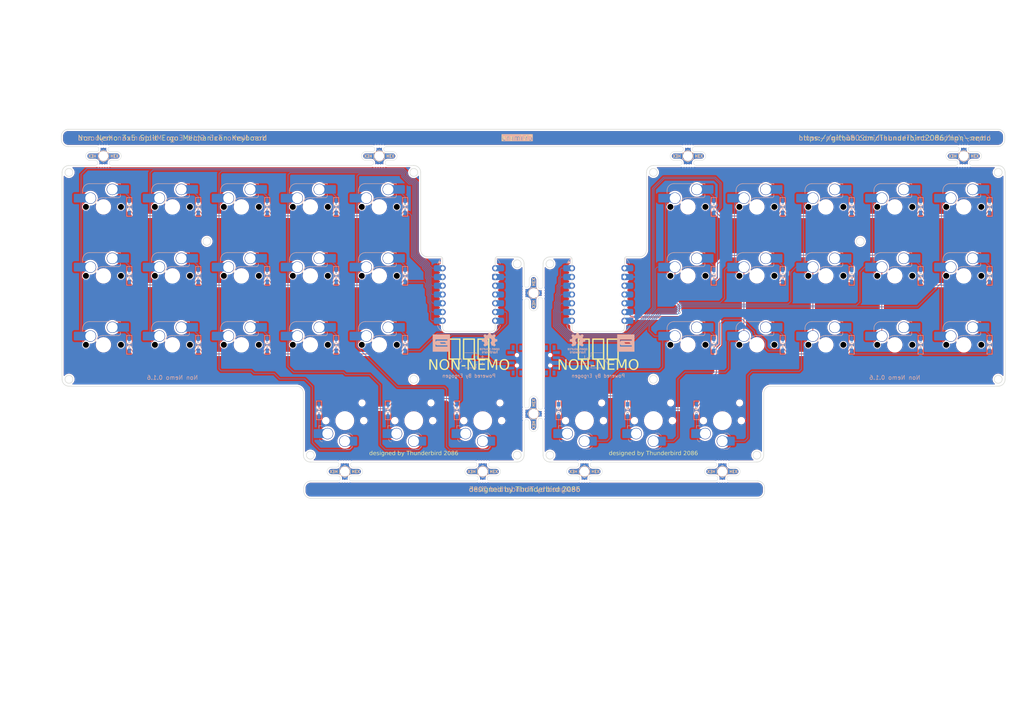
<source format=kicad_pcb>
(kicad_pcb (version 20240108) (generator "pcbnew") (generator_version "8.0")
  (title_block (title "non_nemo_mx") (date "2025-04-06") (rev "0.1.6") (company "Allen Choi"))
  (layers (0 "F.Cu" signal) (31 "B.Cu" signal) (34 "B.Paste" user) (35 "F.Paste" user) (36 "B.SilkS" user "B.Silkscreen") (37 "F.SilkS" user "F.Silkscreen") (38 "B.Mask" user) (39 "F.Mask" user) (44 "Edge.Cuts" user))
  (net 0 "")
  (net 1 "GND")
  (net 2 "col_pinky")
  (net 3 "BAT_r")
  (net 5 "Net-(J2-Pin_2)")
  (net 6 "col_ring")
  (net 8 "Net-(J1-Pin_2)")
  (net 9 "Net-(D5-A)")
  (net 10 "col_middle")
  (net 11 "Net-(D6-A)")
  (net 12 "Net-(D7-A)")
  (net 13 "Net-(D8-A)")
  (net 14 "col_index")
  (net 15 "Net-(D9-A)")
  (net 16 "Net-(D10-A)")
  (net 17 "Net-(D11-A)")
  (net 18 "col_inner")
  (net 19 "Net-(D12-A)")
  (net 20 "Net-(D13-A)")
  (net 21 "Net-(D14-A)")
  (net 22 "Net-(D15-A)")
  (net 23 "Net-(D16-A)")
  (net 24 "Net-(D17-A)")
  (net 25 "Net-(D18-A)")
  (net 26 "Net-(D19-A)")
  (net 27 "row_bottom_r")
  (net 28 "Net-(D20-A)")
  (net 29 "row_home_r")
  (net 30 "row_top_r")
  (net 31 "Net-(D21-A)")
  (net 32 "Net-(D22-A)")
  (net 33 "Net-(D23-A)")
  (net 34 "Net-(D24-A)")
  (net 35 "Net-(D25-A)")
  (net 36 "Net-(D26-A)")
  (net 37 "Net-(D27-A)")
  (net 38 "Net-(D28-A)")
  (net 39 "Net-(D29-A)")
  (net 40 "Net-(D30-A)")
  (net 41 "Net-(D31-A)")
  (net 42 "Net-(D32-A)")
  (net 43 "row_bottom")
  (net 44 "row_home")
  (net 45 "row_top")
  (net 46 "row_thumb")
  (net 47 "Net-(D33-A)")
  (net 48 "Net-(D34-A)")
  (net 49 "row_thumb_r")
  (net 50 "Net-(D35-A)")
  (net 51 "Net-(D36-A)")
  (net 52 "Net-(D4-A)")
  (net 53 "Net-(D3-A)")
  (net 54 "Net-(D2-A)")
  (net 55 "Net-(D1-A)")
  (net 56 "col_pinky_r")
  (net 57 "col_ring_r")
  (net 58 "col_middle_r")
  (net 59 "col_index_r")
  (net 60 "col_inner_r")
  (net 68 "BAT")
  (footprint "TB2086_KEYSWITCH:SW_MX_HS_1u" (layer "F.Cu") (at 30 60)
    (property "Reference" "S3" (hide yes))
    (property "Value" "SW_MX_HS")
  )
  (footprint "TB2086_SMD:TB2086_SMD_D3_SMD" (layer "F.Cu") (at 287 60 90)
    (property "Reference" "D21" (hide yes))
    (property "Value" "D")
  )
  (footprint "mousebites_5p5mm_easysnap" (layer "F.Cu") (at 199.5 42.5 90)
    (property "Reference" "X9" (hide yes))
    (property "Value" "5.5mm" (hide yes))
    (fp_line (start -4 -3.9) (end -4 -2.4) (stroke (width 0.1)) (layer "Edge.Cuts"))
    (fp_line (start -1.5 -2.03) (end -1.5 -3.9) (stroke (width 0.1)) (layer "Edge.Cuts"))
    (fp_line (start -4 2.4) (end -4 3.9) (stroke (width 0.1)) (layer "Edge.Cuts"))
    (fp_line (start -1.5 3.9) (end -1.5 2.03) (stroke (width 0.1)) (layer "Edge.Cuts"))
    (fp_arc (start -4 -3.9) (mid -2.75 -5.15) (end -1.5 -3.9) (stroke (width 0.1)) (layer "Edge.Cuts"))
    (fp_arc (start -4 -2.4) (mid -4.75 -1.65) (end -5.5 -2.4) (stroke (width 0.1)) (layer "Edge.Cuts"))
    (fp_arc (start 0 -2.03) (mid -0.75 -1.28) (end -1.5 -2.03) (stroke (width 0.1)) (layer "Edge.Cuts"))
    (fp_arc (start -1.5 2.03) (mid -0.75 1.28) (end 0 2.03) (stroke (width 0.1)) (layer "Edge.Cuts"))
    (fp_arc (start -5.5 2.4) (mid -4.75 1.65) (end -4 2.4) (stroke (width 0.1)) (layer "Edge.Cuts"))
    (fp_arc (start -1.5 3.9) (mid -2.75 5.15) (end -4 3.9) (stroke (width 0.1)) (layer "Edge.Cuts"))
  )
  (footprint "TB2086_KEYSWITCH:SW_MX_HS_1u" (layer "F.Cu") (at 70 100)
    (property "Reference" "S7" (hide yes))
    (property "Value" "SW_MX_HS")
  )
  (footprint "TB2086_KEYSWITCH:SW_MX_HS_1u" (layer "F.Cu") (at 279.5 100)
    (property "Reference" "S19" (hide yes))
    (property "Value" "SW_MX_HS")
  )
  (footprint "TB2086_KEYSWITCH:SW_MX_HS_1u" (layer "F.Cu") (at 90 100)
    (property "Reference" "S10" (hide yes))
    (property "Value" "SW_MX_HS")
  )
  (footprint "TB2086_KEYSWITCH:SW_MX_HS_1u" (layer "F.Cu") (at 70 80)
    (property "Reference" "S8" (hide yes))
    (property "Value" "SW_MX_HS")
  )
  (footprint "mousebites_5p5mm_easysnap" (layer "F.Cu") (at 140 139.5 -90)
    (property "Reference" "X3" (hide yes))
    (property "Value" "5.5mm" (hide yes))
    (fp_line (start -1.5 3.9) (end -1.5 2.03) (stroke (width 0.1)) (layer "Edge.Cuts"))
    (fp_line (start -4 2.4) (end -4 3.9) (stroke (width 0.1)) (layer "Edge.Cuts"))
    (fp_line (start -1.5 -2.03) (end -1.5 -3.9) (stroke (width 0.1)) (layer "Edge.Cuts"))
    (fp_line (start -4 -3.9) (end -4 -2.4) (stroke (width 0.1)) (layer "Edge.Cuts"))
    (fp_arc (start -1.5 3.9) (mid -2.75 5.15) (end -4 3.9) (stroke (width 0.1)) (layer "Edge.Cuts"))
    (fp_arc (start -5.5 2.4) (mid -4.75 1.65) (end -4 2.4) (stroke (width 0.1)) (layer "Edge.Cuts"))
    (fp_arc (start -1.5 2.03) (mid -0.75 1.28) (end 0 2.03) (stroke (width 0.1)) (layer "Edge.Cuts"))
    (fp_arc (start 0 -2.03) (mid -0.75 -1.28) (end -1.5 -2.03) (stroke (width 0.1)) (layer "Edge.Cuts"))
    (fp_arc (start -4 -2.4) (mid -4.75 -1.65) (end -5.5 -2.4) (stroke (width 0.1)) (layer "Edge.Cuts"))
    (fp_arc (start -4 -3.9) (mid -2.75 -5.15) (end -1.5 -3.9) (stroke (width 0.1)) (layer "Edge.Cuts"))
  )
  (footprint "TB2086_KEYSWITCH:SW_choc_v1_v2_HS_1u" (layer "F.Cu") (at 169.5 122)
    (property "Reference" "S36" (hide yes))
    (property "Value" "SW_MX_HS" (hide yes))
  )
  (footprint "TB2086_SMD:TB2086_SMD_D3_SMD" (layer "F.Cu") (at 37.5 60 90)
    (property "Reference" "D3" (hide yes))
    (property "Value" "D")
  )
  (footprint "TB2086_SMD:TB2086_SMD_D3_SMD" (layer "F.Cu") (at 77.5 100 90)
    (property "Reference" "D7" (hide yes))
    (property "Value" "D")
  )
  (footprint "TB2086_KEYSWITCH:SW_choc_v1_v2_HS_1u" (layer "F.Cu") (at 140 122)
    (property "Reference" "S18" (hide yes))
    (property "Value" "SW_MX_HS" (hide yes))
  )
  (footprint "TB2086_SMD:TB2086_SMD_D3_SMD" (layer "F.Cu") (at 267 60 90)
    (property "Reference" "D24" (hide yes))
    (property "Value" "D")
  )
  (footprint "TB2086_KEYSWITCH:SW_MX_HS_1u" (layer "F.Cu") (at 50 100)
    (property "Reference" "S4" (hide yes))
    (property "Value" "SW_MX_HS")
  )
  (footprint "TB2086_SMD:TB2086_SMD_D3_SMD" (layer "F.Cu") (at 77.5 60 90)
    (property "Reference" "D9" (hide yes))
    (property "Value" "D")
  )
  (footprint "TB2086_SMD:TB2086_SMD_D3_SMD" (layer "F.Cu") (at 92.5 119 -90)
    (property "Reference" "D16" (hide yes))
    (property "Value" "D")
  )
  (footprint "TB2086_SMD:TB2086_SMD_D3_SMD" (layer "F.Cu") (at 97.5 60 90)
    (property "Reference" "D12" (hide yes))
    (property "Value" "D")
  )
  (footprint "mousebites_5p5mm_easysnap" (layer "F.Cu") (at 157.5 120)
    (property "Reference" "X1" (hide yes))
    (property "Value" "5.5mm" (hide yes))
    (fp_line (start -4 -3.9) (end -4 -2.4) (stroke (width 0.1)) (layer "Edge.Cuts"))
    (fp_line (start -4 2.4) (end -4 3.9) (stroke (width 0.1)) (layer "Edge.Cuts"))
    (fp_line (start -1.5 -2.03) (end -1.5 -3.9) (stroke (width 0.1)) (layer "Edge.Cuts"))
    (fp_line (start -1.5 3.9) (end -1.5 2.03) (stroke (width 0.1)) (layer "Edge.Cuts"))
    (fp_arc (start -5.5 2.4) (mid -4.75 1.65) (end -4 2.4) (stroke (width 0.1)) (layer "Edge.Cuts"))
    (fp_arc (start -4 -3.9) (mid -2.75 -5.15) (end -1.5 -3.9) (stroke (width 0.1)) (layer "Edge.Cuts"))
    (fp_arc (start -4 -2.4) (mid -4.75 -1.65) (end -5.5 -2.4) (stroke (width 0.1)) (layer "Edge.Cuts"))
    (fp_arc (start -1.5 2.03) (mid -0.75 1.28) (end 0 2.03) (stroke (width 0.1)) (layer "Edge.Cuts"))
    (fp_arc (start -1.5 3.9) (mid -2.75 5.15) (end -4 3.9) (stroke (width 0.1)) (layer "Edge.Cuts"))
    (fp_arc (start 0 -2.03) (mid -0.75 -1.28) (end -1.5 -2.03) (stroke (width 0.1)) (layer "Edge.Cuts"))
  )
  (footprint "TB2086_KEYSWITCH:SW_choc_v1_v2_HS_1u" (layer "F.Cu") (at 100 122)
    (property "Reference" "S16" (hide yes))
    (property "Value" "SW_MX_HS" (hide yes))
  )
  (footprint "TB2086_SMD:TB2086_SMD_D3_SMD" (layer "F.Cu") (at 227 100 90)
    (property "Reference" "D28" (hide yes))
    (property "Value" "D")
  )
  (footprint "TB2086_SMD:TB2086_SMD_D3_SMD" (layer "F.Cu") (at 162 119 -90)
    (property "Reference" "D36" (hide yes))
    (property "Value" "D")
  )
  (footprint "mousebites_5p5mm_easysnap" (layer "F.Cu") (at 209.5 139.5 -90)
    (property "Reference" "X4" (hide yes))
    (property "Value" "5.5mm" (hide yes))
    (fp_line (start -1.5 3.9) (end -1.5 2.03) (stroke (width 0.1)) (layer "Edge.Cuts"))
    (fp_line (start -4 2.4) (end -4 3.9) (stroke (width 0.1)) (layer "Edge.Cuts"))
    (fp_line (start -1.5 -2.03) (end -1.5 -3.9) (stroke (width 0.1)) (layer "Edge.Cuts"))
    (fp_line (start -4 -3.9) (end -4 -2.4) (stroke (width 0.1)) (layer "Edge.Cuts"))
    (fp_arc (start -1.5 3.9) (mid -2.75 5.15) (end -4 3.9) (stroke (width 0.1)) (layer "Edge.Cuts"))
    (fp_arc (start -5.5 2.4) (mid -4.75 1.65) (end -4 2.4) (stroke (width 0.1)) (layer "Edge.Cuts"))
    (fp_arc (start -1.5 2.03) (mid -0.75 1.28) (end 0 2.03) (stroke (width 0.1)) (layer "Edge.Cuts"))
    (fp_arc (start 0 -2.03) (mid -0.75 -1.28) (end -1.5 -2.03) (stroke (width 0.1)) (layer "Edge.Cuts"))
    (fp_arc (start -4 -2.4) (mid -4.75 -1.65) (end -5.5 -2.4) (stroke (width 0.1)) (layer "Edge.Cuts"))
    (fp_arc (start -4 -3.9) (mid -2.75 -5.15) (end -1.5 -3.9) (stroke (width 0.1)) (layer "Edge.Cuts"))
  )
  (footprint "TB2086_SMD:TB2086_SMD_D3_SMD" (layer "F.Cu") (at 207 80 90)
    (property "Reference" "D32" (hide yes))
    (property "Value" "D")
  )
  (footprint "TB2086_SMD:SW_SPDT_PCM12" (layer "F.Cu") (at 149.6 104.5 90)
    (property "Reference" "SW_SPDT1" (hide yes))
    (property "Value" "SW_SPDT1" (hide yes))
  )
  (footprint "TB2086_SMD:TB2086_SMD_D3_SMD" (layer "F.Cu") (at 117.5 80 90)
    (property "Reference" "D14" (hide yes))
    (property "Value" "D")
  )
  (footprint "mousebites_5p5mm_easysnap" (layer "F.Cu") (at 30 42.5 90)
    (property "Reference" "X6" (hide yes))
    (property "Value" "5.5mm" (hide yes))
    (fp_line (start -4 -3.9) (end -4 -2.4) (stroke (width 0.1)) (layer "Edge.Cuts"))
    (fp_line (start -1.5 -2.03) (end -1.5 -3.9) (stroke (width 0.1)) (layer "Edge.Cuts"))
    (fp_line (start -4 2.4) (end -4 3.9) (stroke (width 0.1)) (layer "Edge.Cuts"))
    (fp_line (start -1.5 3.9) (end -1.5 2.03) (stroke (width 0.1)) (layer "Edge.Cuts"))
    (fp_arc (start -4 -3.9) (mid -2.75 -5.15) (end -1.5 -3.9) (stroke (width 0.1)) (layer "Edge.Cuts"))
    (fp_arc (start -4 -2.4) (mid -4.75 -1.65) (end -5.5 -2.4) (stroke (width 0.1)) (layer "Edge.Cuts"))
    (fp_arc (start 0 -2.03) (mid -0.75 -1.28) (end -1.5 -2.03) (stroke (width 0.1)) (layer "Edge.Cuts"))
    (fp_arc (start -1.5 2.03) (mid -0.75 1.28) (end 0 2.03) (stroke (width 0.1)) (layer "Edge.Cuts"))
    (fp_arc (start -5.5 2.4) (mid -4.75 1.65) (end -4 2.4) (stroke (width 0.1)) (layer "Edge.Cuts"))
    (fp_arc (start -1.5 3.9) (mid -2.75 5.15) (end -4 3.9) (stroke (width 0.1)) (layer "Edge.Cuts"))
  )
  (footprint "TB2086_KEYSWITCH:SW_MX_HS_1u" (layer "F.Cu") (at 219.5 100)
    (property "Reference" "S28" (hide yes))
    (property "Value" "SW_MX_HS")
  )
  (footprint "TB2086_SMD:TB2086_SMD_D3_SMD" (layer "F.Cu") (at 132.5 119 -90)
    (property "Reference" "D18" (hide yes))
    (property "Value" "D")
  )
  (footprint "TB2086_SMD:TB2086_SMD_D3_SMD" (layer "F.Cu") (at 77.5 80 90)
    (property "Reference" "D8" (hide yes))
    (property "Value" "D")
  )
  (footprint "TB2086_SMD:TB2086_SMD_D3_SMD" (layer "F.Cu") (at 97.5 80 90)
    (property "Reference" "D11" (hide yes))
    (property "Value" "D")
  )
  (footprint "TB2086_KEYSWITCH:SW_MX_HS_1u" (layer "F.Cu") (at 199.5 100)
    (property "Reference" "S31" (hide yes))
    (property "Value" "SW_MX_HS")
  )
  (footprint "TB2086_KEYSWITCH:SW_MX_HS_1u" (layer "F.Cu") (at 259.5 60)
    (property "Reference" "S24" (hide yes))
    (property "Value" "SW_MX_HS")
  )
  (footprint "TB2086_SMD:TB2086_SMD_D3_SMD" (layer "F.Cu") (at 227 80 90)
    (property "Reference" "D29" (hide yes))
    (property "Value" "D")
  )
  (footprint "TB2086_KEYSWITCH:SW_MX_HS_1u" (layer "F.Cu") (at 259.5 80)
    (property "Reference" "S23" (hide yes))
    (property "Value" "SW_MX_HS")
  )
  (footprint "TB2086_KEYSWITCH:SW_MX_HS_1u" (layer "F.Cu") (at 199.5 80)
    (property "Reference" "S32" (hide yes))
    (property "Value" "SW_MX_HS")
  )
  (footprint "TB2086_SMD:TB2086_SMD_D3_SMD" (layer "F.Cu") (at 57.5 60 90)
    (property "Reference" "D6" (hide yes))
    (property "Value" "D")
  )
  (footprint "TB2086_SMD:TB2086_SMD_D3_SMD" (layer "F.Cu") (at 57.5 80 90)
    (property "Reference" "D5" (hide yes))
    (property "Value" "D")
  )
  (footprint "mousebites_5p5mm_easysnap" (layer "F.Cu") (at 100 139.5 -90)
    (property "Reference" "X2" (hide yes))
    (property "Value" "5.5mm" (hide yes))
    (fp_line (start -1.5 3.9) (end -1.5 2.03) (stroke (width 0.1)) (layer "Edge.Cuts"))
    (fp_line (start -4 2.4) (end -4 3.9) (stroke (width 0.1)) (layer "Edge.Cuts"))
    (fp_line (start -1.5 -2.03) (end -1.5 -3.9) (stroke (width 0.1)) (layer "Edge.Cuts"))
    (fp_line (start -4 -3.9) (end -4 -2.4) (stroke (width 0.1)) (layer "Edge.Cuts"))
    (fp_arc (start -1.5 3.9) (mid -2.75 5.15) (end -4 3.9) (stroke (width 0.1)) (layer "Edge.Cuts"))
    (fp_arc (start -5.5 2.4) (mid -4.75 1.65) (end -4 2.4) (stroke (width 0.1)) (layer "Edge.Cuts"))
    (fp_arc (start -1.5 2.03) (mid -0.75 1.28) (end 0 2.03) (stroke (width 0.1)) (layer "Edge.Cuts"))
    (fp_arc (start 0 -2.03) (mid -0.75 -1.28) (end -1.5 -2.03) (stroke (width 0.1)) (layer "Edge.Cuts"))
    (fp_arc (start -4 -2.4) (mid -4.75 -1.65) (end -5.5 -2.4) (stroke (width 0.1)) (layer "Edge.Cuts"))
    (fp_arc (start -4 -3.9) (mid -2.75 -5.15) (end -1.5 -3.9) (stroke (width 0.1)) (layer "Edge.Cuts"))
  )
  (footprint "TB2086_SMD:TB2086_SMD_D3_SMD" (layer "F.Cu") (at 247 60 90)
    (property "Reference" "D27" (hide yes))
    (property "Value" "D")
  )
  (footprint "TB2086_MISC:Molex_Pico-EZmate_78171-0002_1x02-1MP_P1.20mm_HandSolder" (layer "F.Cu") (at 173.5 104.5 90)
    (property "Reference" "J2" (hide yes))
    (property "Value" "Conn_BAT")
  )
  (footprint "TB2086_SMD:TB2086_SMD_D3_SMD" (layer "F.Cu") (at 287 80 90)
    (property "Reference" "D20" (hide yes))
    (property "Value" "D")
  )
  (footprint "TB2086_KEYSWITCH:SW_choc_v1_v2_HS_1u" (layer "F.Cu") (at 189.5 122)
    (property "Reference" "S35" (hide yes))
    (property "Value" "SW_MX_HS" (hide yes))
  )
  (footprint "TB2086_KEYSWITCH:SW_MX_HS_1u" (layer "F.Cu") (at 239.5 100)
    (property "Reference" "S25" (hide yes))
    (property "Value" "SW_MX_HS")
  )
  (footprint "TB2086_G_MCU:Xiao_nRF52840_edgecut" (layer "F.Cu") (at 173.5 85.41)
    (property "Reference" "MCU2" (hide yes))
    (property "Value" "Xiao nRF52840")
    (fp_line (start -7.62 9.678) (end -7.619768 -10.410053) (stroke (width 0.15)) (layer "Edge.Cuts"))
    (fp_line (start 6.62 10.678) (end -6.62 10.678) (stroke (width 0.15)) (layer "Edge.Cuts"))
    (fp_line (start 7.62 9.678) (end 7.619768 -10.410053) (stroke (width 0.15)) (layer "Edge.Cuts"))
    (fp_arc (start -8.119768 -10.910053) (mid -7.766216 -10.763605) (end -7.619768 -10.410053) (stroke (width 0.15)) (layer "Edge.Cuts"))
    (fp_arc (start -6.62 10.678) (mid -7.327107 10.385107) (end -7.62 9.678) (stroke (width 0.15)) (layer "Edge.Cuts"))
    (fp_arc (start 7.619768 -10.410053) (mid 7.766218 -10.763602) (end 8.119768 -10.910053) (stroke (width 0.15)) (layer "Edge.Cuts"))
    (fp_arc (start 7.62 9.678) (mid 7.327107 10.385107) (end 6.62 10.678) (stroke (width 0.15)) (layer "Edge.Cuts"))
  )
  (footprint "TB2086_KEYSWITCH:SW_MX_HS_1u" (layer "F.Cu") (at 50 80)
    (property "Reference" "S5" (hide yes))
    (property "Value" "SW_MX_HS")
  )
  (footprint "TB2086_SMD:TB2086_SMD_D3_SMD" (layer "F.Cu") (at 117.5 100 90)
    (property "Reference" "D13" (hide yes))
    (property "Value" "D")
  )
  (footprint "TB2086_KEYSWITCH:SW_choc_v1_v2_HS_1u" (layer "F.Cu") (at 120 122)
    (property "Reference" "S17" (hide yes))
    (property "Value" "SW_MX_HS" (hide yes))
  )
  (footprint "TB2086_SMD:TB2086_SMD_D3_SMD" (layer "F.Cu") (at 267 100 90)
    (property "Reference" "D22" (hide yes))
    (property "Value" "D")
  )
  (footprint "TB2086_KEYSWITCH:SW_MX_HS_1u" (layer "F.Cu") (at 279.5 80)
    (property "Reference" "S20" (hide yes))
    (property "Value" "SW_MX_HS")
  )
  (footprint "mousebites_5p5mm_easysnap" (layer "F.Cu") (at 157.5 85)
    (property "Reference" "X10" (hide yes))
    (property "Value" "5.5mm" (hide yes))
    (fp_line (start -4 -3.9) (end -4 -2.4) (stroke (width 0.1)) (layer "Edge.Cuts"))
    (fp_line (start -4 2.4) (end -4 3.9) (stroke (width 0.1)) (layer "Edge.Cuts"))
    (fp_line (start -1.5 -2.03) (end -1.5 -3.9) (stroke (width 0.1)) (layer "Edge.Cuts"))
    (fp_line (start -1.5 3.9) (end -1.5 2.03) (stroke (width 0.1)) (layer "Edge.Cuts"))
    (fp_arc (start -5.5 2.4) (mid -4.75 1.65) (end -4 2.4) (stroke (width 0.1)) (layer "Edge.Cuts"))
    (fp_arc (start -4 -3.9) (mid -2.75 -5.15) (end -1.5 -3.9) (stroke (width 0.1)) (layer "Edge.Cuts"))
    (fp_arc (start -4 -2.4) (mid -4.75 -1.65) (end -5.5 -2.4) (stroke (width 0.1)) (layer "Edge.Cuts"))
    (fp_arc (start -1.5 2.03) (mid -0.75 1.28) (end 0 2.03) (stroke (width 0.1)) (layer "Edge.Cuts"))
    (fp_arc (start -1.5 3.9) (mid -2.75 5.15) (end -4 3.9) (stroke (width 0.1)) (layer "Edge.Cuts"))
    (fp_arc (start 0 -2.03) (mid -0.75 -1.28) (end -1.5 -2.03) (stroke (width 0.1)) (layer "Edge.Cuts"))
  )
  (footprint "TB2086_KEYSWITCH:SW_MX_HS_1u" (layer "F.Cu") (at 30 80)
    (property "Reference" "S2" (hide yes))
    (property "Value" "SW_MX_HS")
  )
  (footprint "TB2086_SMD:SW_SPDT_PCM12" (layer "F.Cu") (at 159.9 104.5 -90)
    (property "Reference" "SW_SPDT2" (hide yes))
    (property "Value" "SW_SPDT2" (hide yes))
  )
  (footprint "TB2086_KEYSWITCH:SW_MX_HS_1u" (layer "F.Cu") (at 279.5 60)
    (property "Reference" "S21" (hide yes))
    (property "Value" "SW_MX_HS")
  )
  (footprint "TB2086_SMD:TB2086_SMD_D3_SMD" (layer "F.Cu") (at 227 60 90)
    (property "Reference" "D30" (hide yes))
    (property "Value" "D")
  )
  (footprint "mousebites_5p5mm_easysnap" (layer "F.Cu") (at 279.5 42.5 90)
    (property "Reference" "X8" (hide yes))
    (property "Value" "5.5mm" (hide yes))
    (fp_line (start -4 -3.9) (end -4 -2.4) (stroke (width 0.1)) (layer "Edge.Cuts"))
    (fp_line (start -1.5 -2.03) (end -1.5 -3.9) (stroke (width 0.1)) (layer "Edge.Cuts"))
    (fp_line (start -4 2.4) (end -4 3.9) (stroke (width 0.1)) (layer "Edge.Cuts"))
    (fp_line (start -1.5 3.9) (end -1.5 2.03) (stroke (width 0.1)) (layer "Edge.Cuts"))
    (fp_arc (start -4 -3.9) (mid -2.75 -5.15) (end -1.5 -3.9) (stroke (width 0.1)) (layer "Edge.Cuts"))
    (fp_arc (start -4 -2.4) (mid -4.75 -1.65) (end -5.5 -2.4) (stroke (width 0.1)) (layer "Edge.Cuts"))
    (fp_arc (start 0 -2.03) (mid -0.75 -1.28) (end -1.5 -2.03) (stroke (width 0.1)) (layer "Edge.Cuts"))
    (fp_arc (start -1.5 2.03) (mid -0.75 1.28) (end 0 2.03) (stroke (width 0.1)) (layer "Edge.Cuts"))
    (fp_arc (start -5.5 2.4) (mid -4.75 1.65) (end -4 2.4) (stroke (width 0.1)) (layer "Edge.Cuts"))
    (fp_arc (start -1.5 3.9) (mid -2.75 5.15) (end -4 3.9) (stroke (width 0.1)) (layer "Edge.Cuts"))
  )
  (footprint "TB2086_KEYSWITCH:SW_MX_HS_1u" (layer "F.Cu") (at 239.5 80)
    (property "Reference" "S26" (hide yes))
    (property "Value" "SW_MX_HS")
  )
  (footprint "TB2086_MISC:Molex_Pico-EZmate_78171-0002_1x02-1MP_P1.20mm_HandSolder" (layer "F.Cu") (at 136 104.5 -90)
    (property "Reference" "J1" (hide yes))
    (property "Value" "Conn_BAT")
  )
  (footprint "TB2086_SMD:TB2086_SMD_D3_SMD" (layer "F.Cu") (at 97.5 100 90)
    (property "Reference" "D10" (hide yes))
    (property "Value" "D")
  )
  (footprint "TB2086_SMD:TB2086_SMD_D3_SMD" (layer "F.Cu") (at 207 100 90)
    (property "Reference" "D31" (hide yes))
    (property "Value" "D")
  )
  (footprint "TB2086_SMD:TB2086_SMD_D3_SMD" (layer "F.Cu") (at 182 119 -90)
    (property "Reference" "D35" (hide yes))
    (property "Value" "D")
  )
  (footprint "undefined" (layer "F.Cu") (at 167.5 99.5)
    (property "Reference" "LOGO4" (hide yes))
    (property "Value" "")
  )
  (footprint "undefined" (layer "F.Cu") (at 142 99.5)
    (property "Reference" "LOGO2" (hide yes))
    (property "Value" "")
  )
  (footprint "TB2086_G_MCU:Xiao_nRF52840_edgecut" (layer "F.Cu") (at 136 85.41)
    (property "Reference" "MCU1" (hide yes))
    (property "Value" "Xiao nRF52840")
    (fp_line (start -7.62 9.678) (end -7.619768 -10.410053) (stroke (width 0.15)) (layer "Edge.Cuts"))
    (fp_line (start 6.62 10.678) (end -6.62 10.678) (stroke (width 0.15)) (layer "Edge.Cuts"))
    (fp_line (start 7.62 9.678) (end 7.619768 -10.410053) (stroke (width 0.15)) (layer "Edge.Cuts"))
    (fp_arc (start -8.119768 -10.910053) (mid -7.766216 -10.763605) (end -7.619768 -10.410053) (stroke (width 0.15)) (layer "Edge.Cuts"))
    (fp_arc (start -6.62 10.678) (mid -7.327107 10.385107) (end -7.62 9.678) (stroke (width 0.15)) (layer "Edge.Cuts"))
    (fp_arc (start 7.619768 -10.410053) (mid 7.766218 -10.763602) (end 8.119768 -10.910053) (stroke (width 0.15)) (layer "Edge.Cuts"))
    (fp_arc (start 7.62 9.678) (mid 7.327107 10.385107) (end 6.62 10.678) (stroke (width 0.15)) (layer "Edge.Cuts"))
  )
  (footprint "TB2086_SMD:TB2086_SMD_D3_SMD" (layer "F.Cu") (at 247 80 90)
    (property "Reference" "D26" (hide yes))
    (property "Value" "D")
  )
  (footprint "TB2086_KEYSWITCH:SW_choc_v1_v2_HS_1u" (layer "F.Cu") (at 209.5 122)
    (property "Reference" "S34" (hide yes))
    (property "Value" "SW_MX_HS" (hide yes))
  )
  (footprint "TB2086_SMD:TB2086_SMD_D3_SMD" (layer "F.Cu") (at 207 60 90)
    (property "Reference" "D33" (hide yes))
    (property "Value" "D")
  )
  (footprint "TB2086_KEYSWITCH:SW_MX_HS_1u" (layer "F.Cu") (at 50 60)
    (property "Reference" "S6" (hide yes))
    (property "Value" "SW_MX_HS")
  )
  (footprint "TB2086_KEYSWITCH:SW_MX_HS_1u" (layer "F.Cu") (at 90 60)
    (property "Reference" "S12" (hide yes))
    (property "Value" "SW_MX_HS")
  )
  (footprint "mousebites_5p5mm_easysnap" (layer "F.Cu") (at 110 42.5 90)
    (property "Reference" "X7" (hide yes))
    (property "Value" "5.5mm" (hide yes))
    (fp_line (start -4 -3.9) (end -4 -2.4) (stroke (width 0.1)) (layer "Edge.Cuts"))
    (fp_line (start -1.5 -2.03) (end -1.5 -3.9) (stroke (width 0.1)) (layer "Edge.Cuts"))
    (fp_line (start -4 2.4) (end -4 3.9) (stroke (width 0.1)) (layer "Edge.Cuts"))
    (fp_line (start -1.5 3.9) (end -1.5 2.03) (stroke (width 0.1)) (layer "Edge.Cuts"))
    (fp_arc (start -4 -3.9) (mid -2.75 -5.15) (end -1.5 -3.9) (stroke (width 0.1)) (layer "Edge.Cuts"))
    (fp_arc (start -4 -2.4) (mid -4.75 -1.65) (end -5.5 -2.4) (stroke (width 0.1)) (layer "Edge.Cuts"))
    (fp_arc (start 0 -2.03) (mid -0.75 -1.28) (end -1.5 -2.03) (stroke (width 0.1)) (layer "Edge.Cuts"))
    (fp_arc (start -1.5 2.03) (mid -0.75 1.28) (end 0 2.03) (stroke (width 0.1)) (layer "Edge.Cuts"))
    (fp_arc (start -5.5 2.4) (mid -4.75 1.65) (end -4 2.4) (stroke (width 0.1)) (layer "Edge.Cuts"))
    (fp_arc (start -1.5 3.9) (mid -2.75 5.15) (end -4 3.9) (stroke (width 0.1)) (layer "Edge.Cuts"))
  )
  (footprint "TB2086_KEYSWITCH:SW_MX_HS_1u" (layer "F.Cu") (at 110 80)
    (property "Reference" "S14" (hide yes))
    (property "Value" "SW_MX_HS")
  )
  (footprint "TB2086_SMD:TB2086_SMD_D3_SMD" (layer "F.Cu") (at 37.5 80 90)
    (property "Reference" "D2" (hide yes))
    (property "Value" "D")
  )
  (footprint "TB2086_SMD:TB2086_SMD_D3_SMD" (layer "F.Cu") (at 37.5 100 90)
    (property "Reference" "D1" (hide yes))
    (property "Value" "D")
  )
  (footprint "TB2086_KEYSWITCH:SW_MX_HS_1u" (layer "F.Cu") (at 90 80)
    (property "Reference" "S11" (hide yes))
    (property "Value" "SW_MX_HS")
  )
  (footprint "TB2086_KEYSWITCH:SW_MX_HS_1u" (layer "F.Cu") (at 110 100)
    (property "Reference" "S13" (hide yes))
    (property "Value" "SW_MX_HS")
  )
  (footprint "TB2086_SMD:TB2086_SMD_D3_SMD" (layer "F.Cu") (at 112.5 119 -90)
    (property "Reference" "D17" (hide yes))
    (property "Value" "D")
  )
  (footprint "TB2086_KEYSWITCH:SW_MX_HS_1u" (layer "F.Cu") (at 219.5 80)
    (property "Reference" "S29" (hide yes))
    (property "Value" "SW_MX_HS")
  )
  (footprint "TB2086_KEYSWITCH:SW_MX_HS_1u" (layer "F.Cu") (at 199.5 60)
    (property "Reference" "S33" (hide yes))
    (property "Value" "SW_MX_HS")
  )
  (footprint "TB2086_SMD:TB2086_SMD_D3_SMD" (layer "F.Cu") (at 57.5 100 90)
    (property "Reference" "D4" (hide yes))
    (property "Value" "D")
  )
  (footprint "TB2086_KEYSWITCH:SW_MX_HS_1u" (layer "F.Cu") (at 70 60)
    (property "Reference" "S9" (hide yes))
    (property "Value" "SW_MX_HS")
  )
  (footprint "mousebites_5p5mm_easysnap" (layer "F.Cu") (at 169.5 139.5 -90)
    (property "Reference" "X5" (hide yes))
    (property "Value" "5.5mm" (hide yes))
    (fp_line (start -1.5 3.9) (end -1.5 2.03) (stroke (width 0.1)) (layer "Edge.Cuts"))
    (fp_line (start -4 2.4) (end -4 3.9) (stroke (width 0.1)) (layer "Edge.Cuts"))
    (fp_line (start -1.5 -2.03) (end -1.5 -3.9) (stroke (width 0.1)) (layer "Edge.Cuts"))
    (fp_line (start -4 -3.9) (end -4 -2.4) (stroke (width 0.1)) (layer "Edge.Cuts"))
    (fp_arc (start -1.5 3.9) (mid -2.75 5.15) (end -4 3.9) (stroke (width 0.1)) (layer "Edge.Cuts"))
    (fp_arc (start -5.5 2.4) (mid -4.75 1.65) (end -4 2.4) (stroke (width 0.1)) (layer "Edge.Cuts"))
    (fp_arc (start -1.5 2.03) (mid -0.75 1.28) (end 0 2.03) (stroke (width 0.1)) (layer "Edge.Cuts"))
    (fp_arc (start 0 -2.03) (mid -0.75 -1.28) (end -1.5 -2.03) (stroke (width 0.1)) (layer "Edge.Cuts"))
    (fp_arc (start -4 -2.4) (mid -4.75 -1.65) (end -5.5 -2.4) (stroke (width 0.1)) (layer "Edge.Cuts"))
    (fp_arc (start -4 -3.9) (mid -2.75 -5.15) (end -1.5 -3.9) (stroke (width 0.1)) (layer "Edge.Cuts"))
  )
  (footprint "TB2086_KEYSWITCH:SW_MX_HS_1u" (layer "F.Cu") (at 110 60)
    (property "Reference" "S15" (hide yes))
    (property "Value" "SW_MX_HS")
  )
  (footprint "TB2086_KEYSWITCH:SW_MX_HS_1u" (layer "F.Cu") (at 239.5 60)
    (property "Reference" "S27" (hide yes))
    (property "Value" "SW_MX_HS")
  )
  (footprint "TB2086_SMD:TB2086_SMD_D3_SMD" (layer "F.Cu") (at 287 100 90)
    (property "Reference" "D19" (hide yes))
    (property "Value" "D")
  )
  (footprint "TB2086_KEYSWITCH:SW_MX_HS_1u" (layer "F.Cu") (at 259.5 100)
    (property "Reference" "S22" (hide yes))
    (property "Value" "SW_MX_HS")
  )
  (footprint "TB2086_SMD:TB2086_SMD_D3_SMD" (layer "F.Cu") (at 202 119 -90)
    (property "Reference" "D34" (hide yes))
    (property "Value" "D")
  )
  (footprint "TB2086_SMD:TB2086_SMD_D3_SMD" (layer "F.Cu") (at 117.5 60 90)
    (property "Reference" "D15" (hide yes))
    (property "Value" "D")
  )
  (footprint "TB2086_SMD:TB2086_SMD_D3_SMD" (layer "F.Cu") (at 247 100 90)
    (property "Reference" "D25" (hide yes))
    (property "Value" "D")
  )
  (footprint "TB2086_KEYSWITCH:SW_MX_HS_1u" (layer "F.Cu") (at 219.5 60)
    (property "Reference" "S30" (hide yes))
    (property "Value" "SW_MX_HS")
  )
  (footprint "TB2086_KEYSWITCH:SW_MX_HS_1u" (layer "F.Cu") (at 30 100)
    (property "Reference" "S1" (hide yes))
    (property "Value" "SW_MX_HS")
  )
  (footprint "TB2086_SMD:TB2086_SMD_D3_SMD" (layer "F.Cu") (at 267 80 90)
    (property "Reference" "D23" (hide yes))
    (property "Value" "D")
  )
  (footprint "ceoloide:utility_ergogen_logo" (layer "B.Cu") (at 128 99.5)
    (property "Reference" "LOGO1" (hide yes))
    (property "Value" "")
  )
  (footprint "ceoloide:utility_ergogen_logo" (layer "B.Cu") (at 181.5 99.5)
    (property "Reference" "LOGO3" (hide yes))
    (property "Value" "")
  )
  (gr_arc (start 187.5 72.5) (mid 186.914214 73.914214) (end 185.5 74.5) (stroke (width 0.15)) (layer "Edge.Cuts"))
  (gr_circle (center 219.5 132) (end 220.65 132) (stroke (width 0.15)) (fill none) (layer "Edge.Cuts"))
  (gr_arc (start 159.5 134) (mid 158.085786 133.414214) (end 157.5 132) (stroke (width 0.15)) (layer "Edge.Cuts"))
  (gr_line (start 150 74.5) (end 144.119768 74.499947) (stroke (width 0.15)) (layer "Edge.Cuts"))
  (gr_line (start 289.4 37.5) (end 19.8 37.5) (stroke (width 0.15)) (layer "Edge.Cuts"))
  (gr_arc (start 289.5 48) (mid 290.914214 48.585786) (end 291.5 50) (stroke (width 0.15)) (layer "Edge.Cuts"))
  (gr_line (start 157.5 82.97) (end 157.5 76.5) (stroke (width 0.15)) (layer "Edge.Cuts"))
  (gr_line (start 157.5 117.97) (end 157.5 87.03) (stroke (width 0.15)) (layer "Edge.Cuts"))
  (gr_circle (center 249.5 70) (end 250.65 70) (stroke (width 0.15)) (fill none) (layer "Edge.Cuts"))
  (gr_line (start 157.5 132) (end 157.5 122.03) (stroke (width 0.15)) (layer "Edge.Cuts"))
  (gr_line (start 185.5 74.5) (end 181.619768 74.499947) (stroke (width 0.15)) (layer "Edge.Cuts"))
  (gr_line (start 211.53 139.5) (end 219.733 139.5) (stroke (width 0.15)) (layer "Edge.Cuts"))
  (gr_circle (center 20 50) (end 21.15 50) (stroke (width 0.15)) (fill none) (layer "Edge.Cuts"))
  (gr_circle (center 289.5 50) (end 290.65 50) (stroke (width 0.15)) (fill none) (layer "Edge.Cuts"))
  (gr_line (start 120 48) (end 112.4 48) (stroke (width 0.15)) (layer "Edge.Cuts"))
  (gr_arc (start 187.5 50) (mid 188.085786 48.585786) (end 189.5 48) (stroke (width 0.15)) (layer "Edge.Cuts"))
  (gr_circle (center 20 110) (end 21.15 110) (stroke (width 0.15)) (fill none) (layer "Edge.Cuts"))
  (gr_line (start 90 134) (end 97.6 134) (stroke (width 0.15)) (layer "Edge.Cuts"))
  (gr_line (start 159.5 134) (end 167.1 134) (stroke (width 0.15)) (layer "Edge.Cuts"))
  (gr_line (start 289.4 42.5) (end 281.53 42.5) (stroke (width 0.15)) (layer "Edge.Cuts"))
  (gr_arc (start 19.8 42.5) (mid 18.385786 41.914214) (end 17.8 40.5) (stroke (width 0.15)) (layer "Edge.Cuts"))
  (gr_line (start 19.8 42.5) (end 27.97 42.5) (stroke (width 0.15)) (layer "Edge.Cuts"))
  (gr_circle (center 150 76.5) (end 151.15 76.5) (stroke (width 0.15)) (fill none) (layer "Edge.Cuts"))
  (gr_arc (start 289.4 37.5) (mid 290.814214 38.085786) (end 291.4 39.5) (stroke (width 0.15)) (layer "Edge.Cuts"))
  (gr_arc (start 221.733 142.5) (mid 221.147214 143.914214) (end 219.733 144.5) (stroke (width 0.15)) (layer "Edge.Cuts"))
  (gr_arc (start 221.5 132) (mid 220.914214 133.414214) (end 219.5 134) (stroke (width 0.15)) (layer "Edge.Cuts"))
  (gr_line (start 20 112) (end 86 112) (stroke (width 0.15)) (layer "Edge.Cuts"))
  (gr_line (start 211.9 134) (end 219.5 134) (stroke (width 0.15)) (layer "Edge.Cuts"))
  (gr_line (start 187.5 72.5) (end 187.5 50) (stroke (width 0.15)) (layer "Edge.Cuts"))
  (gr_line (start 32.03 42.5) (end 107.97 42.5) (stroke (width 0.15)) (layer "Edge.Cuts"))
  (gr_arc (start 157.5 76.5) (mid 158.085786 75.085786) (end 159.5 74.5) (stroke (width 0.15)) (layer "Edge.Cuts"))
  (gr_line (start 152 132) (end 152 122.4) (stroke (width 0.15)) (layer "Edge.Cuts"))
  (gr_arc (start 90.133 144.5) (mid 88.718786 143.914214) (end 88.133 142.5) (stroke (width 0.15)) (layer "Edge.Cuts"))
  (gr_line (start 20 48) (end 27.6 48) (stroke (width 0.15)) (layer "Edge.Cuts"))
  (gr_line (start 97.97 139.5) (end 90.133 139.5) (stroke (width 0.15)) (layer "Edge.Cuts"))
  (gr_line (start 142.03 139.5) (end 167.47 139.5) (stroke (width 0.15)) (layer "Edge.Cuts"))
  (gr_line (start 88 114) (end 88 132) (stroke (width 0.15)) (layer "Edge.Cuts"))
  (gr_line (start 281.9 48) (end 289.5 48) (stroke (width 0.15)) (layer "Edge.Cuts"))
  (gr_arc (start 291.4 40.5) (mid 290.814214 41.914214) (end 289.4 42.5) (stroke (width 0.15)) (layer "Edge.Cuts"))
  (gr_line (start 197.47 42.5) (end 112.03 42.5) (stroke (width 0.15)) (layer "Edge.Cuts"))
  (gr_line (start 137.6 134) (end 102.4 134) (stroke (width 0.15)) (layer "Edge.Cuts"))
  (gr_line (start 197.1 48) (end 189.5 48) (stroke (width 0.15)) (layer "Edge.Cuts"))
  (gr_line (start 102.03 139.5) (end 137.97 139.5) (stroke (width 0.15)) (layer "Edge.Cuts"))
  (gr_line (start 152 117.6) (end 152 87.4) (stroke (width 0.15)) (layer "Edge.Cuts"))
  (gr_circle (center 289.5 110) (end 290.65 110) (stroke (width 0.15)) (fill none) (layer "Edge.Cuts"))
  (gr_arc (start 20 112) (mid 18.585786 111.414214) (end 18 110) (stroke (width 0.15)) (layer "Edge.Cuts"))
  (gr_line (start 88.133 141.5) (end 88.133 142.5) (stroke (width 0.15)) (layer "Edge.Cuts"))
  (gr_line (start 223.5 112) (end 289.5 112) (stroke (width 0.15)) (layer "Edge.Cuts"))
  (gr_line (start 127.880232 74.499947) (end 124 74.5) (stroke (width 0.15)) (layer "Edge.Cuts"))
  (gr_arc (start 150 74.5) (mid 151.414214 75.085786) (end 152 76.5) (stroke (width 0.15)) (layer "Edge.Cuts"))
  (gr_line (start 291.4 40.5) (end 291.4 39.5) (stroke (width 0.15)) (layer "Edge.Cuts"))
  (gr_line (start 171.53 139.5) (end 207.47 139.5) (stroke (width 0.15)) (layer "Edge.Cuts"))
  (gr_arc (start 86 112) (mid 87.414214 112.585786) (end 88 114) (stroke (width 0.15)) (layer "Edge.Cuts"))
  (gr_line (start 221.5 132) (end 221.5 114) (stroke (width 0.15)) (layer "Edge.Cuts"))
  (gr_arc (start 219.733 139.5) (mid 221.147214 140.085786) (end 221.733 141.5) (stroke (width 0.15)) (layer "Edge.Cuts"))
  (gr_circle (center 120 50) (end 121.15 50) (stroke (width 0.15)) (fill none) (layer "Edge.Cuts"))
  (gr_arc (start 152 132) (mid 151.414214 133.414214) (end 150 134) (stroke (width 0.15)) (layer "Edge.Cuts"))
  (gr_line (start 277.1 48) (end 201.9 48) (stroke (width 0.15)) (layer "Edge.Cuts"))
  (gr_circle (center 60 70) (end 61.15 70) (stroke (width 0.15)) (fill none) (layer "Edge.Cuts"))
  (gr_arc (start 90 134) (mid 88.585786 133.414214) (end 88 132) (stroke (width 0.15)) (layer "Edge.Cuts"))
  (gr_line (start 17.8 39.5) (end 17.8 40.5) (stroke (width 0.15)) (layer "Edge.Cuts"))
  (gr_line (start 18 110) (end 18 50) (stroke (width 0.15)) (layer "Edge.Cuts"))
  (gr_line (start 122 72.5) (end 122 50) (stroke (width 0.15)) (layer "Edge.Cuts"))
  (gr_circle (center 90 132) (end 91.15 132) (stroke (width 0.15)) (fill none) (layer "Edge.Cuts"))
  (gr_line (start 152 82.6) (end 152 76.5) (stroke (width 0.15)) (layer "Edge.Cuts"))
  (gr_line (start 291.5 110) (end 291.5 50) (stroke (width 0.15)) (layer "Edge.Cuts"))
  (gr_line (start 207.1 134) (end 171.9 134) (stroke (width 0.15)) (layer "Edge.Cuts"))
  (gr_arc (start 124 74.5) (mid 122.585786 73.914214) (end 122 72.5) (stroke (width 0.15)) (layer "Edge.Cuts"))
  (gr_circle (center 189.5 50) (end 190.65 50) (stroke (width 0.15)) (fill none) (layer "Edge.Cuts"))
  (gr_arc (start 18 50) (mid 18.585786 48.585786) (end 20 48) (stroke (width 0.15)) (layer "Edge.Cuts"))
  (gr_circle (center 159.5 132) (end 160.65 132) (stroke (width 0.15)) (fill none) (layer "Edge.Cuts"))
  (gr_arc (start 17.8 39.5) (mid 18.385786 38.085786) (end 19.8 37.5) (stroke (width 0.15)) (layer "Edge.Cuts"))
  (gr_circle (center 120 110) (end 121.15 110) (stroke (width 0.15)) (fill none) (layer "Edge.Cuts"))
  (gr_arc (start 88.133 141.5) (mid 88.718786 140.085786) (end 90.133 139.5) (stroke (width 0.15)) (layer "Edge.Cuts"))
  (gr_arc (start 120 48) (mid 121.414214 48.585786) (end 122 50) (stroke (width 0.15)) (layer "Edge.Cuts"))
  (gr_line (start 201.53 42.5) (end 277.47 42.5) (stroke (width 0.15)) (layer "Edge.Cuts"))
  (gr_arc (start 291.5 110) (mid 290.914214 111.414214) (end 289.5 112) (stroke (width 0.15)) (layer "Edge.Cuts"))
  (gr_arc (start 221.5 114) (mid 222.085786 112.585786) (end 223.5 112) (stroke (width 0.15)) (layer "Edge.Cuts"))
  (gr_circle (center 159.5 76.5) (end 160.65 76.5) (stroke (width 0.15)) (fill none) (layer "Edge.Cuts"))
  (gr_circle (center 150 132) (end 151.15 132) (stroke (width 0.15)) (fill none) (layer "Edge.Cuts"))
  (gr_line (start 142.4 134) (end 150 134) (stroke (width 0.15)) (layer "Edge.Cuts"))
  (gr_circle (center 189.5 110) (end 190.65 110) (stroke (width 0.15)) (fill none) (layer "Edge.Cuts"))
  (gr_line (start 90.133 144.5) (end 219.733 144.5) (stroke (width 0.15)) (layer "Edge.Cuts"))
  (gr_line (start 221.733 142.5) (end 221.733 141.5) (stroke (width 0.15)) (layer "Edge.Cuts"))
  (gr_line (start 107.6 48) (end 32.4 48) (stroke (width 0.15)) (layer "Edge.Cuts"))
  (gr_line (start 165.380232 74.499947) (end 159.5 74.5) (stroke (width 0.15)) (layer "Edge.Cuts"))
  (gr_text "Powered By Ergogen" (at 173.5 109 0) (layer "B.SilkS") (effects (font (size 1 1)) (justify mirror)))
  (gr_text "- +" (at 169.5 104.5 90) (layer "B.SilkS") (effects (font (size 1 1)) (justify mirror)))
  (gr_text "designed by Thunderbird 2086" (at 152.15 142 0) (layer "B.SilkS") (effects (font (size 1.5 1.5)) (justify mirror)))
  (gr_text "- +" (at 140 104.5 -90) (layer "B.SilkS") (effects (font (size 1 1)) (justify mirror)))
  (gr_text "Non Nemo 3x5 Split Ergo Mechanican Keyboard" (at 50 40 0) (layer "B.SilkS") (effects (font (size 1.5 1.5)) (justify mirror)))
  (gr_text "Powered By Ergogen" (at 136 109 0) (layer "B.SilkS") (effects (font (size 1 1)) (justify mirror)))
  (gr_text "Non Nemo 0.1.6" (at 50 109.5 0) (layer "B.SilkS") (effects (font (size 1.2 1.2)) (justify mirror)))
  (gr_text "Chimera" (at 150 40 0) (layer "B.SilkS" knockout) (effects (font (size 1.5 1.5)) (justify mirror)))
  (gr_text "Non Nemo 0.1.6" (at 259.5 109.5 0) (layer "B.SilkS") (effects (font (size 1.2 1.2)) (justify mirror)))
  (gr_text "https://github.com/Thunderbird2086/non-nemo" (at 259.5 40 0) (layer "B.SilkS") (effects (font (size 1.5 1.5)) (justify mirror)))
  (gr_text "Chimera" (at 150 40 0) (layer "F.SilkS" knockout) (effects (font (size 1.5 1.5))))
  (gr_text "designed by Thunderbird 2086" (at 189.5 131.5 0) (layer "F.SilkS") (effects (font (size 1.2 1.2))))
  (gr_text "난네모" (at 136 101 0) (layer "F.SilkS") (effects (font (size 5 5))))
  (gr_text "designed by Thunderbird 2086" (at 152.15 142 0) (layer "F.SilkS") (effects (font (size 1.5 1.5))))
  (gr_text "https://github.com/Thunderbird2086/non-nemo" (at 259.5 40 0) (layer "F.SilkS") (effects (font (size 1.5 1.5))))
  (gr_text "NON-NEMO" (at 173.5 106 0) (layer "F.SilkS") (effects (font (size 3 3))))
  (gr_text "NON-NEMO" (at 136 106 0) (layer "F.SilkS") (effects (font (size 3 3))))
  (gr_text "designed by Thunderbird 2086" (at 120 131.5 0) (layer "F.SilkS") (effects (font (size 1.2 1.2))))
  (gr_text "난네모" (at 173.5 101 0) (layer "F.SilkS") (effects (font (size 5 5))))
  (gr_text "Non Nemo 3x5 Split Ergo Mechanican Keyboard" (at 50 40 0) (layer "F.SilkS") (effects (font (size 1.5 1.5))))
  (segment (start 25.25 48.85) (end 23.515176 50.584824) (width 0.2) (layer "B.Cu") (net 2))
  (segment (start 127.08 77.79) (end 125.34 77.79) (width 0.2) (layer "B.Cu") (net 2))
  (segment (start 116.997058 48.85) (end 25.25 48.85) (width 0.2) (layer "B.Cu") (net 2))
  (segment (start 23.515176 77.47022) (end 23.515176 97.47022) (width 0.2) (layer "B.Cu") (net 2))
  (segment (start 124.55 76.402942) (end 123.247054 75.099996) (width 0.2) (layer "B.Cu") (net 2))
  (segment (start 118.247453 50.100395) (end 116.997058 48.85) (width 0.2) (layer "B.Cu") (net 2))
  (segment (start 23.515176 57.47022) (end 23.515176 77.47022) (width 0.2) (layer "B.Cu") (net 2))
  (segment (start 118.25 50.35) (end 118.247453 50.347453) (width 0.2) (layer "B.Cu") (net 2))
  (segment (start 125.34 77.79) (end 124.55 77) (width 0.2) (layer "B.Cu") (net 2))
  (segment (start 119.260056 51.760056) (end 118.25 50.75) (width 0.2) (layer "B.Cu") (net 2))
  (segment (start 124.55 77) (end 124.55 76.402942) (width 0.2) (layer "B.Cu") (net 2))
  (segment (start 122.899996 75.099996) (end 121.4 73.6) (width 0.2) (layer "B.Cu") (net 2))
  (segment (start 118.25 50.75) (end 118.25 50.35) (width 0.2) (layer "B.Cu") (net 2))
  (segment (start 118.247453 50.347453) (end 118.247453 50.100395) (width 0.2) (layer "B.Cu") (net 2))
  (segment (start 120.1728 51.760056) (end 119.260056 51.760056) (width 0.2) (layer "B.Cu") (net 2))
  (segment (start 121.4 73.6) (end 121.4 52.987256) (width 0.2) (layer "B.Cu") (net 2))
  (segment (start 23.515176 50.584824) (end 23.515176 57.47022) (width 0.2) (layer "B.Cu") (net 2))
  (segment (start 121.4 52.987256) (end 120.1728 51.760056) (width 0.2) (layer "B.Cu") (net 2))
  (segment (start 123.247054 75.099996) (end 122.899996 75.099996) (width 0.2) (layer "B.Cu") (net 2))
  (segment (start 164.7 105.3) (end 171.5 105.3) (width 0.2) (layer "B.Cu") (net 5))
  (segment (start 163.15 103.75) (end 164.7 105.3) (width 0.2) (layer "B.Cu") (net 5))
  (segment (start 161.33 103.75) (end 163.15 103.75) (width 0.2) (layer "B.Cu") (net 5))
  (segment (start 121 73.765686) (end 121 53.152942) (width 0.2) (layer "B.Cu") (net 6))
  (segment (start 121 53.152942) (end 120.029901 52.182843) (width 0.2) (layer "B.Cu") (net 6))
  (segment (start 124.15 76.568628) (end 123.081368 75.499996) (width 0.2) (layer "B.Cu") (net 6))
  (segment (start 122.73431 75.499996) (end 121 73.765686) (width 0.2) (layer "B.Cu") (net 6))
  (segment (start 125 79.999999) (end 125 78.015686) (width 0.2) (layer "B.Cu") (net 6))
  (segment (start 43.515176 50.134824) (end 43.515176 57.47022) (width 0.2) (layer "B.Cu") (net 6))
  (segment (start 116.831372 49.25) (end 44.4 49.25) (width 0.2) (layer "B.Cu") (net 6))
  (segment (start 127.08 80.33) (end 125.330001 80.33) (width 0.2) (layer "B.Cu") (net 6))
  (segment (start 124.15 77.165686) (end 124.15 76.568628) (width 0.2) (layer "B.Cu") (net 6))
  (segment (start 117.847453 50.913139) (end 117.847453 50.266081) (width 0.2) (layer "B.Cu") (net 6))
  (segment (start 43.515176 57.47022) (end 43.515176 77.47022) (width 0.2) (layer "B.Cu") (net 6))
  (segment (start 119.117157 52.182843) (end 117.847453 50.913139) (width 0.2) (layer "B.Cu") (net 6))
  (segment (start 43.515176 77.47022) (end 43.515176 97.47022) (width 0.2) (layer "B.Cu") (net 6))
  (segment (start 117.847453 50.266081) (end 116.831372 49.25) (width 0.2) (layer "B.Cu") (net 6))
  (segment (start 44.4 49.25) (end 43.515176 50.134824) (width 0.2) (layer "B.Cu") (net 6))
  (segment (start 123.081368 75.499996) (end 122.73431 75.499996) (width 0.2) (layer "B.Cu") (net 6))
  (segment (start 125 78.015686) (end 124.15 77.165686) (width 0.2) (layer "B.Cu") (net 6))
  (segment (start 120.029901 52.182843) (end 119.117157 52.182843) (width 0.2) (layer "B.Cu") (net 6))
  (segment (start 125.330001 80.33) (end 125 79.999999) (width 0.2) (layer "B.Cu") (net 6))
  (segment (start 138 103.7) (end 141.6 103.7) (width 0.2) (layer "B.Cu") (net 8))
  (segment (start 141.6 103.7) (end 143.15 105.25) (width 0.2) (layer "B.Cu") (net 8))
  (segment (start 143.15 105.25) (end 148.17 105.25) (width 0.2) (layer "B.Cu") (net 8))
  (segment (start 57.5 77.115044) (end 57.5 78.225) (width 0.2) (layer "B.Cu") (net 9))
  (segment (start 55.315176 74.93022) (end 57.5 77.115044) (width 0.2) (layer "B.Cu") (net 9))
  (segment (start 120.55 73.881371) (end 120.55 53.268628) (width 0.2) (layer "B.Cu") (net 10))
  (segment (start 102.045 129.805) (end 102.045 127.95) (width 0.2) (layer "B.Cu") (net 10))
  (segment (start 90.6 128.3) (end 92.75 130.45) (width 0.2) (layer "B.Cu") (net 10))
  (segment (start 117.35 50.981372) (end 117.35 50.334314) (width 0.2) (layer "B.Cu") (net 10))
  (segment (start 88.4 109.9) (end 90.6 112.1) (width 0.2) (layer "B.Cu") (net 10))
  (segment (start 122.568629 75.9) (end 120.55 73.881371) (width 0.2) (layer "B.Cu") (net 10))
  (segment (start 123.75 76.734314) (end 122.915686 75.9) (width 0.2) (layer "B.Cu") (net 10))
  (segment (start 124.95 80.515685) (end 124.6 80.165685) (width 0.2) (layer "B.Cu") (net 10))
  (segment (start 116.665686 49.65) (end 64.25 49.65) (width 0.2) (layer "B.Cu") (net 10))
  (segment (start 72.9 107.55) (end 73.65 108.3) (width 0.2) (layer "B.Cu") (net 10))
  (segment (start 124.95 82.489999) (end 124.95 80.515685) (width 0.2) (layer "B.Cu") (net 10))
  (segment (start 120.55 53.268628) (end 119.864215 52.582843) (width 0.2) (layer "B.Cu") (net 10))
  (segment (start 123.75 77.331372) (end 123.75 76.734314) (width 0.2) (layer "B.Cu") (net 10))
  (segment (start 64.25 49.65) (end 63.515176 50.384824) (width 0.2) (layer "B.Cu") (net 10))
  (segment (start 63.515176 57.47022) (end 63.515176 77.47022) (width 0.2) (layer "B.Cu") (net 10))
  (segment (start 63.515176 97.47022) (end 63.515176 106.965176) (width 0.2) (layer "B.Cu") (net 10))
  (segment (start 119.864215 52.582843) (end 118.951471 52.582843) (width 0.2) (layer "B.Cu") (net 10))
  (segment (start 125.330001 82.87) (end 124.95 82.489999) (width 0.2) (layer "B.Cu") (net 10))
  (segment (start 124.6 78.181372) (end 123.75 77.331372) (width 0.2) (layer "B.Cu") (net 10))
  (segment (start 101.4 130.45) (end 102.045 129.805) (width 0.2) (layer "B.Cu") (net 10))
  (segment (start 117.35 50.334314) (end 116.665686 49.65) (width 0.2) (layer "B.Cu") (net 10))
  (segment (start 81.1 109.9) (end 88.4 109.9) (width 0.2) (layer "B.Cu") (net 10))
  (segment (start 90.6 112.1) (end 90.6 128.3) (width 0.2) (layer "B.Cu") (net 10))
  (segment (start 124.6 80.165685) (end 124.6 78.181372) (width 0.2) (layer "B.Cu") (net 10))
  (segment (start 73.65 108.3) (end 79.5 108.3) (width 0.2) (layer "B.Cu") (net 10))
  (segment (start 127.08 82.87) (end 125.330001 82.87) (width 0.2) (layer "B.Cu") (net 10))
  (segment (start 63.515176 77.47022) (end 63.515176 97.47022) (width 0.2) (layer "B.Cu") (net 10))
  (segment (start 118.951471 52.582843) (end 117.35 50.981372) (width 0.2) (layer "B.Cu") (net 10))
  (segment (start 92.75 130.45) (end 101.4 130.45) (width 0.2) (layer "B.Cu") (net 10))
  (segment (start 122.915686 75.9) (end 122.568629 75.9) (width 0.2) (layer "B.Cu") (net 10))
  (segment (start 79.5 108.3) (end 81.1 109.9) (width 0.2) (layer "B.Cu") (net 10))
  (segment (start 63.515176 50.384824) (end 63.515176 57.47022) (width 0.2) (layer "B.Cu") (net 10))
  (segment (start 64.1 107.55) (end 72.9 107.55) (width 0.2) (layer "B.Cu") (net 10))
  (segment (start 63.515176 106.965176) (end 64.1 107.55) (width 0.2) (layer "B.Cu") (net 10))
  (segment (start 57.5 57.115044) (end 57.5 58.225) (width 0.2) (layer "B.Cu") (net 11))
  (segment (start 55.315176 54.93022) (end 57.5 57.115044) (width 0.2) (layer "B.Cu") (net 11))
  (segment (start 77.5 97.115044) (end 77.5 98.225) (width 0.2) (layer "B.Cu") (net 12))
  (segment (start 75.315176 94.93022) (end 77.5 97.115044) (width 0.2) (layer "B.Cu") (net 12))
  (segment (start 77.5 77.115044) (end 77.5 78.8) (width 0.2) (layer "B.Cu") (net 13))
  (segment (start 75.315176 74.93022) (end 77.5 77.115044) (width 0.2) (layer "B.Cu") (net 13))
  (segment (start 84.15 50.05) (end 83.515176 50.684824) (width 0.2) (layer "B.Cu") (net 14))
  (segment (start 116.95 51.147058) (end 116.95 50.5) (width 0.2) (layer "B.Cu") (net 14))
  (segment (start 124.55 80.681371) (end 124.2 80.331371) (width 0.2) (layer "B.Cu") (net 14))
  (segment (start 122.75 76.3) (end 122.402943 76.3) (width 0.2) (layer "B.Cu") (net 14))
  (segment (start 124.55 82.655685) (end 124.55 80.681371) (width 0.2) (layer "B.Cu") (net 14))
  (segment (start 125 83.105685) (end 124.55 82.655685) (width 0.2) (layer "B.Cu") (net 14))
  (segment (start 123.35 76.9) (end 122.75 76.3) (width 0.2) (layer "B.Cu") (net 14))
  (segment (start 83.515176 97.47022) (end 83.515176 106.315176) (width 0.2) (layer "B.Cu") (net 14))
  (segment (start 123.35 77.497058) (end 123.35 76.9) (width 0.2) (layer "B.Cu") (net 14))
  (segment (start 99.6 107.95) (end 100.25 108.6) (width 0.2) (layer "B.Cu") (net 14))
  (segment (start 124.2 78.347058) (end 123.35 77.497058) (width 0.2) (layer "B.Cu") (net 14))
  (segment (start 111.75 130.45) (end 121.4 130.45) (width 0.2) (layer "B.Cu") (net 14))
  (segment (start 122.045 129.805) (end 122.045 127.95) (width 0.2) (layer "B.Cu") (net 14))
  (segment (start 83.515176 57.47022) (end 83.515176 77.47022) (width 0.2) (layer "B.Cu") (net 14))
  (segment (start 110.3 111.65) (end 110.3 129) (width 0.2) (layer "B.Cu") (net 14))
  (segment (start 83.515176 106.315176) (end 85.15 107.95) (width 0.2) (layer "B.Cu") (net 14))
  (segment (start 107.25 108.6) (end 110.3 111.65) (width 0.2) (layer "B.Cu") (net 14))
  (segment (start 85.15 107.95) (end 99.6 107.95) (width 0.2) (layer "B.Cu") (net 14))
  (segment (start 116.5 50.05) (end 84.15 50.05) (width 0.2) (layer "B.Cu") (net 14))
  (segment (start 121.4 130.45) (end 122.045 129.805) (width 0.2) (layer "B.Cu") (net 14))
  (segment (start 118.785785 52.982843) (end 116.95 51.147058) (width 0.2) (layer "B.Cu") (net 14))
  (segment (start 120.15 53.434314) (end 119.698529 52.982843) (width 0.2) (layer "B.Cu") (net 14))
  (segment (start 120.15 74.047057) (end 120.15 53.434314) (width 0.2) (layer "B.Cu") (net 14))
  (segment (start 119.698529 52.982843) (end 118.785785 52.982843) (width 0.2) (layer "B.Cu") (net 14))
  (segment (start 122.168629 76.065685) (end 120.15 74.047057) (width 0.2) (layer "B.Cu") (net 14))
  (segment (start 125.330001 85.41) (end 125 85.079999) (width 0.2) (layer "B.Cu") (net 14))
  (segment (start 127.08 85.41) (end 125.330001 85.41) (width 0.2) (layer "B.Cu") (net 14))
  (segment (start 124.2 80.331371) (end 124.2 78.347058) (width 0.2) (layer "B.Cu") (net 14))
  (segment (start 116.95 50.5) (end 116.5 50.05) (width 0.2) (layer "B.Cu") (net 14))
  (segment (start 125 85.079999) (end 125 83.105685) (width 0.2) (layer "B.Cu") (net 14))
  (segment (start 122.402943 76.3) (end 122.168629 76.065685) (width 0.2) (layer "B.Cu") (net 14))
  (segment (start 83.515176 77.47022) (end 83.515176 97.47022) (width 0.2) (layer "B.Cu") (net 14))
  (segment (start 100.25 108.6) (end 107.25 108.6) (width 0.2) (layer "B.Cu") (net 14))
  (segment (start 83.515176 50.684824) (end 83.515176 57.47022) (width 0.2) (layer "B.Cu") (net 14))
  (segment (start 110.3 129) (end 111.75 130.45) (width 0.2) (layer "B.Cu") (net 14))
  (segment (start 75.315176 54.93022) (end 77.5 57.115044) (width 0.2) (layer "B.Cu") (net 15))
  (segment (start 77.5 57.115044) (end 77.5 58.225) (width 0.2) (layer "B.Cu") (net 15))
  (segment (start 95.315176 94.93022) (end 97.5 97.115044) (width 0.2) (layer "B.Cu") (net 16))
  (segment (start 97.5 97.115044) (end 97.5 98.225) (width 0.2) (layer "B.Cu") (net 16))
  (segment (start 95.315176 74.93022) (end 97.5 77.115044) (width 0.2) (layer "B.Cu") (net 17))
  (segment (start 97.5 77.115044) (end 97.5 78.225) (width 0.2) (layer "B.Cu") (net 17))
  (segment (start 103.515176 57.47022) (end 103.515176 77.47022) (width 0.2) (layer "B.Cu") (net 18))
  (segment (start 128.85 112.25) (end 129.5 112.9) (width 0.2) (layer "B.Cu") (net 18))
  (segment (start 115.25 112.25) (end 128.85 112.25) (width 0.2) (layer "B.Cu") (net 18))
  (segment (start 119.75 53.6) (end 119.532843 53.382843) (width 0.2) (layer "B.Cu") (net 18))
  (segment (start 116.334314 50.45) (end 104.1 50.45) (width 0.2) (layer "B.Cu") (net 18))
  (segment (start 123.8 80.497057) (end 123.8 78.512744) (width 0.2) (layer "B.Cu") (net 18))
  (segment (start 122.95 77.065686) (end 122.584314 76.7) (width 0.2) (layer "B.Cu") (net 18))
  (segment (start 124.9 87.35) (end 124.9 85.545685) (width 0.2) (layer "B.Cu") (net 18))
  (segment (start 103.515176 100.515176) (end 115.25 112.25) (width 0.2) (layer "B.Cu") (net 18))
  (segment (start 116.55 51.312744) (end 116.55 50.665686) (width 0.2) (layer "B.Cu") (net 18))
  (segment (start 122.95 77.662744) (end 122.95 77.065686) (width 0.2) (layer "B.Cu") (net 18))
  (segment (start 124.6 83.271371) (end 124.15 82.821371) (width 0.2) (layer "B.Cu") (net 18))
  (segment (start 130.45 130.45) (end 141.5 130.45) (width 0.2) (layer "B.Cu") (net 18))
  (segment (start 124.15 80.847057) (end 123.8 80.497057) (width 0.2) (layer "B.Cu") (net 18))
  (segment (start 103.515176 77.47022) (end 103.515176 97.47022) (width 0.2) (layer "B.Cu") (net 18))
  (segment (start 122.237257 76.7) (end 119.75 74.212743) (width 0.2) (layer "B.Cu") (net 18))
  (segment (start 119.75 74.212743) (end 119.75 53.6) (width 0.2) (layer "B.Cu") (net 18))
  (segment (start 104.1 50.45) (end 103.515176 51.034824) (width 0.2) (layer "B.Cu") (net 18))
  (segment (start 124.6 85.245685) (end 124.6 83.271371) (width 0.2) (layer "B.Cu") (net 18))
  (segment (start 129.5 129.5) (end 130.45 130.45) (width 0.2) (layer "B.Cu") (net 18))
  (segment (start 124.15 82.821371) (end 124.15 80.847057) (width 0.2) (layer "B.Cu") (net 18))
  (segment (start 127.08 87.95) (end 125.5 87.95) (width 0.2) (layer "B.Cu") (net 18))
  (segment (start 124.9 85.545685) (end 124.6 85.245685) (width 0.2) (layer "B.Cu") (net 18))
  (segment (start 118.620099 53.382843) (end 116.55 51.312744) (width 0.2) (layer "B.Cu") (net 18))
  (segment (start 125.5 87.95) (end 124.9 87.35) (width 0.2) (layer "B.Cu") (net 18))
  (segment (start 129.5 112.9) (end 129.5 129.5) (width 0.2) (layer "B.Cu") (net 18))
  (segment (start 142.045 129.905) (end 142.045 127.95) (width 0.2) (layer "B.Cu") (net 18))
  (segment (start 119.532843 53.382843) (end 118.620099 53.382843) (width 0.2) (layer "B.Cu") (net 18))
  (segment (start 116.55 50.665686) (end 116.334314 50.45) (width 0.2) (layer "B.Cu") (net 18))
  (segment (start 123.8 78.512744) (end 122.95 77.662744) (width 0.2) (layer "B.Cu") (net 18))
  (segment (start 141.5 130.45) (end 142.045 129.905) (width 0.2) (layer "B.Cu") (net 18))
  (segment (start 103.515176 51.034824) (end 103.515176 57.47022) (width 0.2) (layer "B.Cu") (net 18))
  (segment (start 103.515176 97.47022) (end 103.515176 100.515176) (width 0.2) (layer "B.Cu") (net 18))
  (segment (start 122.584314 76.7) (end 122.237257 76.7) (width 0.2) (layer "B.Cu") (net 18))
  (segment (start 95.315176 54.93022) (end 97.5 57.115044) (width 0.2) (layer "B.Cu") (net 19))
  (segment (start 97.5 57.115044) (end 97.5 58.225) (width 0.2) (layer "B.Cu") (net 19))
  (segment (start 115.315176 94.93022) (end 117.5 97.115044) (width 0.2) (layer "B.Cu") (net 20))
  (segment (start 117.5 97.115044) (end 117.5 98.225) (width 0.2) (layer "B.Cu") (net 20))
  (segment (start 115.315176 74.93022) (end 117.5 77.115044) (width 0.2) (layer "B.Cu") (net 21))
  (segment (start 117.5 77.115044) (end 117.5 78.225) (width 0.2) (layer "B.Cu") (net 21))
  (segment (start 115.315176 54.93022) (end 117.5 57.115044) (width 0.2) (layer "B.Cu") (net 22))
  (segment (start 117.5 57.115044) (end 117.5 58.225) (width 0.2) (layer "B.Cu") (net 22))
  (segment (start 92.5 120.775) (end 92.5 125.362) (width 0.2) (layer "B.Cu") (net 23))
  (segment (start 92.5 125.362) (end 92.888 125.75) (width 0.2) (layer "B.Cu") (net 23))
  (segment (start 112.5 120.775) (end 112.5 125.362) (width 0.2) (layer "B.Cu") (net 24))
  (segment (start 112.5 125.362) (end 112.888 125.75) (width 0.2) (layer "B.Cu") (net 24))
  (segment (start 132.5 125.362) (end 132.888 125.75) (width 0.2) (layer "B.Cu") (net 25))
  (segment (start 132.5 120.775) (end 132.5 125.362) (width 0.2) (layer "B.Cu") (net 25))
  (segment (start 287 97.115044) (end 287 98.225) (width 0.2) (layer "B.Cu") (net 26))
  (segment (start 284.815176 94.93022) (end 287 97.115044) (width 0.2) (layer "B.Cu") (net 26))
  (segment (start 207.05 92.15) (end 182.599969 92.15) (width 0.2) (layer "F.Cu") (net 27))
  (segment (start 245.239 102.65) (end 247 100.889) (width 0.2) (layer "F.Cu") (net 27))
  (segment (start 227 100.889) (end 228.761 102.65) (width 0.2) (layer "F.Cu") (net 27))
  (segment (start 208.2 99.689) (end 208.2 93.3) (width 0.2) (layer "F.Cu") (net 27))
  (segment (start 182.599969 92.15) (end 181.719976 93.029993) (width 0.2) (layer "F.Cu") (net 27))
  (segment (start 208.2 93.3) (end 207.05 92.15) (width 0.2) (layer "F.Cu") (net 27))
  (segment (start 207 100.889) (end 208.2 99.689) (width 0.2) (layer "F.Cu") (net 27))
  (segment (start 228.761 102.65) (end 245.239 102.65) (width 0.2) (layer "F.Cu") (net 27))
  (segment (start 219.6561 97.6561) (end 220.6561 97.6561) (width 0.2) (layer "B.Cu") (net 27))
  (segment (start 210.05 92.6) (end 215.25 92.6) (width 0.2) (layer "B.Cu") (net 27))
  (segment (start 222.925 101.775) (end 227 101.775) (width 0.2) (layer "B.Cu") (net 27))
  (segment (start 207 101.775) (end 208.9 99.875) (width 0.2) (layer "B.Cu") (net 27))
  (segment (start 220.6561 97.6561) (end 222 99) (width 0.2) (layer "B.Cu") (net 27))
  (segment (start 247.875 102.65) (end 266.125 102.65) (width 0.2) (layer "B.Cu") (net 27))
  (segment (start 222 100.85) (end 222.925 101.775) (width 0.2) (layer "B.Cu") (net 27))
  (segment (start 267.925 102.7) (end 286.075 102.7) (width 0.2) (layer "B.Cu") (net 27))
  (segment (start 218.8 96.15) (end 218.8 96.8) (width 0.2) (layer "B.Cu") (net 27))
  (segment (start 208.9 99.875) (end 208.9 93.75) (width 0.2) (layer "B.Cu") (net 27))
  (segment (start 215.25 92.6) (end 218.8 96.15) (width 0.2) (layer "B.Cu") (net 27))
  (segment (start 267 101.775) (end 267.925 102.7) (width 0.2) (layer "B.Cu") (net 27))
  (segment (start 208.9 93.75) (end 210.05 92.6) (width 0.2) (layer "B.Cu") (net 27))
  (segment (start 286.075 102.7) (end 287 101.775) (width 0.2) (layer "B.Cu") (net 27))
  (segment (start 266.125 102.65) (end 267 101.775) (width 0.2) (layer "B.Cu") (net 27))
  (segment (start 222 99) (end 222 100.85) (width 0.2) (layer "B.Cu") (net 27))
  (segment (start 247 101.775) (end 247.875 102.65) (width 0.2) (layer "B.Cu") (net 27))
  (segment (start 218.8 96.8) (end 219.6561 97.6561) (width 0.2) (layer "B.Cu") (net 27))
  (segment (start 287 77.115044) (end 287 78.225) (width 0.2) (layer "B.Cu") (net 28))
  (segment (start 284.815176 74.93022) (end 287 77.115044) (width 0.2) (layer "B.Cu") (net 28))
  (segment (start 268.811 82.7) (end 267 80.889) (width 0.2) (layer "F.Cu") (net 29))
  (segment (start 285.189 82.7) (end 268.811 82.7) (width 0.2) (layer "F.Cu") (net 29))
  (segment (start 228.25 79.639) (end 228.25 76.85) (width 0.2) (layer "F.Cu") (net 29))
  (segment (start 244.072588 81.225) (end 246.664 81.225) (width 0.2) (layer "F.Cu") (net 29))
  (segment (start 226.289 81.6) (end 227 80.889) (width 0.2) (layer "F.Cu") (net 29))
  (segment (start 287 80.889) (end 285.189 82.7) (width 0.2) (layer "F.Cu") (net 29))
  (segment (start 210.65 74.05) (end 216.864775 74.05) (width 0.2) (layer "F.Cu") (net 29))
  (segment (start 236.847588 74) (end 244.072588 81.225) (width 0.2) (layer "F.Cu") (net 29))
  (segment (start 207.511 80.889) (end 208.1 80.3) (width 0.2) (layer "F.Cu") (net 29))
  (segment (start 248.15 79.739) (end 248.15 76.35) (width 0.2) (layer "F.Cu") (net 29))
  (segment (start 227 80.889) (end 228.25 79.639) (width 0.2) (layer "F.Cu") (net 29))
  (segment (start 250.5 74) (end 256.847588 74) (width 0.2) (layer "F.Cu") (net 29))
  (segment (start 228.25 76.85) (end 231.1 74) (width 0.2) (layer "F.Cu") (net 29))
  (segment (start 216.864775 74.05) (end 224.414775 81.6) (width 0.2) (layer "F.Cu") (net 29))
  (segment (start 264.862412 78.55) (end 267 80.687588) (width 0.2) (layer "F.Cu") (net 29))
  (segment (start 208.1 76.6) (end 210.65 74.05) (width 0.2) (layer "F.Cu") (net 29))
  (segment (start 256.847588 74) (end 261.397588 78.55) (width 0.2) (layer "F.Cu") (net 29))
  (segment (start 261.397588 78.55) (end 264.862412 78.55) (width 0.2) (layer "F.Cu") (net 29))
  (segment (start 247 80.889) (end 248.15 79.739) (width 0.2) (layer "F.Cu") (net 29))
  (segment (start 207 80.889) (end 207.511 80.889) (width 0.2) (layer "F.Cu") (net 29))
  (segment (start 246.664 81.225) (end 247 80.889) (width 0.2) (layer "F.Cu") (net 29))
  (segment (start 224.414775 81.6) (end 226.289 81.6) (width 0.2) (layer "F.Cu") (net 29))
  (segment (start 248.15 76.35) (end 250.5 74) (width 0.2) (layer "F.Cu") (net 29))
  (segment (start 208.1 80.3) (end 208.1 76.6) (width 0.2) (layer "F.Cu") (net 29))
  (segment (start 267 80.687588) (end 267 80.889) (width 0.2) (layer "F.Cu") (net 29))
  (segment (start 231.1 74) (end 236.847588 74) (width 0.2) (layer "F.Cu") (net 29))
  (segment (start 165.985838 96.688) (end 181.862 96.688) (width 0.2) (layer "B.Cu") (net 29))
  (segment (start 164.58 95.282162) (end 165.985838 96.688) (width 0.2) (layer "B.Cu") (net 29))
  (segment (start 208.1 61.240686) (end 208.1 80.675) (width 0.2) (layer "B.Cu") (net 29))
  (segment (start 208.1 80.675) (end 207 81.775) (width 0.2) (layer "B.Cu") (net 29))
  (segment (start 192.45 51.4) (end 207.45 51.4) (width 0.2) (layer "B.Cu") (net 29))
  (segment (start 164.58 93.03) (end 164.58 95.282162) (width 0.2) (layer "B.Cu") (net 29))
  (segment (start 207.45 51.4) (end 209.15 53.1) (width 0.2) (layer "B.Cu") (net 29))
  (segment (start 209.15 53.1) (end 209.15 60.190686) (width 0.2) (layer "B.Cu") (net 29))
  (segment (start 209.15 60.190686) (end 208.1 61.240686) (width 0.2) (layer "B.Cu") (net 29))
  (segment (start 189.25 89.3) (end 189.25 54.6) (width 0.2) (layer "B.Cu") (net 29))
  (segment (start 189.25 54.6) (end 192.45 51.4) (width 0.2) (layer "B.Cu") (net 29))
  (segment (start 181.862 96.688) (end 189.25 89.3) (width 0.2) (layer "B.Cu") (net 29))
  (segment (start 285.239 62.65) (end 287 60.889) (width 0.2) (layer "F.Cu") (net 30))
  (segment (start 248.711 62.6) (end 265.289 62.6) (width 0.2) (layer "F.Cu") (net 30))
  (segment (start 208.761 62.65) (end 225.239 62.65) (width 0.2) (layer "F.Cu") (net 30))
  (segment (start 227 60.889) (end 228.761 62.65) (width 0.2) (layer "F.Cu") (net 30))
  (segment (start 245.239 62.65) (end 247 60.889) (width 0.2) (layer "F.Cu") (net 30))
  (segment (start 225.239 62.65) (end 227 60.889) (width 0.2) (layer "F.Cu") (net 30))
  (segment (start 228.761 62.65) (end 245.239 62.65) (width 0.2) (layer "F.Cu") (net 30))
  (segment (start 207 60.889) (end 208.761 62.65) (width 0.2) (layer "F.Cu") (net 30))
  (segment (start 247 60.889) (end 248.711 62.6) (width 0.2) (layer "F.Cu") (net 30))
  (segment (start 265.289 62.6) (end 267 60.889) (width 0.2) (layer "F.Cu") (net 30))
  (segment (start 267 60.889) (end 268.761 62.65) (width 0.2) (layer "F.Cu") (net 30))
  (segment (start 268.761 62.65) (end 285.239 62.65) (width 0.2) (layer "F.Cu") (net 30))
  (segment (start 182.027686 97.088) (end 189.65 89.465686) (width 0.2) (layer "B.Cu") (net 30))
  (segment (start 192.615686 51.8) (end 207.284314 51.8) (width 0.2) (layer "B.Cu") (net 30))
  (segment (start 207.284314 51.8) (end 208.75 53.265686) (width 0.2) (layer "B.Cu") (net 30))
  (segment (start 162.5 93.767848) (end 162.962152 94.230001) (width 0.2) (layer "B.Cu") (net 30))
  (segment (start 164.58 90.49) (end 162.830001 90.49) (width 0.2) (layer "B.Cu") (net 30))
  (segment (start 189.65 54.765686) (end 192.615686 51.8) (width 0.2) (layer "B.Cu") (net 30))
  (segment (start 163.196466 94.464315) (end 164.18 95.447848) (width 0.2) (layer "B.Cu") (net 30))
  (segment (start 162.962152 94.230001) (end 163.196466 94.464315) (width 0.2) (layer "B.Cu") (net 30))
  (segment (start 164.18 95.447848) (end 165.820152 97.088) (width 0.2) (layer "B.Cu") (net 30))
  (segment (start 165.820152 97.088) (end 182.027686 97.088) (width 0.2) (layer "B.Cu") (net 30))
  (segment (start 208.75 60.025) (end 207 61.775) (width 0.2) (layer "B.Cu") (net 30))
  (segment (start 208.75 53.265686) (end 208.75 60.025) (width 0.2) (layer "B.Cu") (net 30))
  (segment (start 162.830001 90.49) (end 162.5 90.820001) (width 0.2) (layer "B.Cu") (net 30))
  (segment (start 162.5 90.820001) (end 162.5 93.767848) (width 0.2) (layer "B.Cu") (net 30))
  (segment (start 189.65 89.465686) (end 189.65 54.765686) (width 0.2) (layer "B.Cu") (net 30))
  (segment (start 284.815176 54.93022) (end 287 57.115044) (width 0.2) (layer "B.Cu") (net 31))
  (segment (start 287 57.115044) (end 287 58.225) (width 0.2) (layer "B.Cu") (net 31))
  (segment (start 267 97.115044) (end 267 98.225) (width 0.2) (layer "B.Cu") (net 32))
  (segment (start 264.815176 94.93022) (end 267 97.115044) (width 0.2) (layer "B.Cu") (net 32))
  (segment (start 264.815176 74.93022) (end 267 77.115044) (width 0.2) (layer "B.Cu") (net 33))
  (segment (start 267 77.115044) (end 267 78.225) (width 0.2) (layer "B.Cu") (net 33))
  (segment (start 264.815176 54.93022) (end 267 57.115044) (width 0.2) (layer "B.Cu") (net 34))
  (segment (start 267 57.115044) (end 267 58.225) (width 0.2) (layer "B.Cu") (net 34))
  (segment (start 244.815176 94.93022) (end 247 97.115044) (width 0.2) (layer "B.Cu") (net 35))
  (segment (start 247 97.115044) (end 247 98.225) (width 0.2) (layer "B.Cu") (net 35))
  (segment (start 244.815176 74.93022) (end 247 77.115044) (width 0.2) (layer "B.Cu") (net 36))
  (segment (start 247 77.115044) (end 247 78.225) (width 0.2) (layer "B.Cu") (net 36))
  (segment (start 247 57.115044) (end 247 58.225) (width 0.2) (layer "B.Cu") (net 37))
  (segment (start 244.815176 54.93022) (end 247 57.115044) (width 0.2) (layer "B.Cu") (net 37))
  (segment (start 224.815176 94.93022) (end 227 97.115044) (width 0.2) (layer "B.Cu") (net 38))
  (segment (start 227 97.115044) (end 227 98.225) (width 0.2) (layer "B.Cu") (net 38))
  (segment (start 227 77.115044) (end 227 78.225) (width 0.2) (layer "B.Cu") (net 39))
  (segment (start 224.815176 74.93022) (end 227 77.115044) (width 0.2) (layer "B.Cu") (net 39))
  (segment (start 227 57.115044) (end 227 58.225) (width 0.2) (layer "B.Cu") (net 40))
  (segment (start 224.815176 54.93022) (end 227 57.115044) (width 0.2) (layer "B.Cu") (net 40))
  (segment (start 207 97.115044) (end 207 98.225) (width 0.2) (layer "B.Cu") (net 41))
  (segment (start 204.815176 94.93022) (end 207 97.115044) (width 0.2) (layer "B.Cu") (net 41))
  (segment (start 207 77.115044) (end 207 78.225) (width 0.2) (layer "B.Cu") (net 42))
  (segment (start 204.815176 74.93022) (end 207 77.115044) (width 0.2) (layer "B.Cu") (net 42))
  (segment (start 75.739 102.65) (end 77.5 100.889) (width 0.2) (layer "F.Cu") (net 43))
  (segment (start 115.739 102.65) (end 117.5 100.889) (width 0.2) (layer "F.Cu") (net 43))
  (segment (start 39.261 102.65) (end 55.739 102.65) (width 0.2) (layer "F.Cu") (net 43))
  (segment (start 99.261 102.65) (end 115.739 102.65) (width 0.2) (layer "F.Cu") (net 43))
  (segment (start 59.261 102.65) (end 75.739 102.65) (width 0.2) (layer "F.Cu") (net 43))
  (segment (start 79.261 102.65) (end 95.739 102.65) (width 0.2) (layer "F.Cu") (net 43))
  (segment (start 57.5 100.889) (end 59.261 102.65) (width 0.2) (layer "F.Cu") (net 43))
  (segment (start 77.5 100.889) (end 79.261 102.65) (width 0.2) (layer "F.Cu") (net 43))
  (segment (start 95.739 102.65) (end 97.5 100.889) (width 0.2) (layer "F.Cu") (net 43))
  (segment (start 37.5 100.889) (end 39.261 102.65) (width 0.2) (layer "F.Cu") (net 43))
  (segment (start 55.739 102.65) (end 57.5 100.889) (width 0.2) (layer "F.Cu") (net 43))
  (segment (start 97.5 100.889) (end 99.261 102.65) (width 0.2) (layer "F.Cu") (net 43))
  (segment (start 144.92 93.98) (end 144.92 93.03) (width 0.2) (layer "B.Cu") (net 43))
  (segment (start 121.825 101.675) (end 126.812 96.688) (width 0.2) (layer "B.Cu") (net 43))
  (segment (start 117.6 101.675) (end 121.825 101.675) (width 0.2) (layer "B.Cu") (net 43))
  (segment (start 126.812 96.688) (end 143.286409 96.688) (width 0.2) (layer "B.Cu") (net 43))
  (segment (start 143.286409 96.688) (end 144.219995 95.754414) (width 0.2) (layer "B.Cu") (net 43))
  (segment (start 144.219995 94.680005) (end 144.92 93.98) (width 0.2) (layer "B.Cu") (net 43))
  (segment (start 144.219995 95.754414) (end 144.219995 94.680005) (width 0.2) (layer "B.Cu") (net 43))
  (segment (start 117.5 101.775) (end 117.6 101.675) (width 0.2) (layer "B.Cu") (net 43))
  (segment (start 115.689 82.7) (end 117.5 80.889) (width 0.2) (layer "F.Cu") (net 44))
  (segment (start 57.5 80.889) (end 57.5 80.9) (width 0.2) (layer "F.Cu") (net 44))
  (segment (start 95.689 82.7) (end 97.5 80.889) (width 0.2) (layer "F.Cu") (net 44))
  (segment (start 39.261 82.65) (end 55.739 82.65) (width 0.2) (layer "F.Cu") (net 44))
  (segment (start 99.311 82.7) (end 115.689 82.7) (width 0.2) (layer "F.Cu") (net 44))
  (segment (start 57.5 80.9) (end 59.3 82.7) (width 0.2) (layer "F.Cu") (net 44))
  (segment (start 55.739 82.65) (end 57.5 80.889) (width 0.2) (layer "F.Cu") (net 44))
  (segment (start 77.5 80.889) (end 79.311 82.7) (width 0.2) (layer "F.Cu") (net 44))
  (segment (start 79.311 82.7) (end 95.689 82.7) (width 0.2) (layer "F.Cu") (net 44))
  (segment (start 37.5 80.889) (end 39.261 82.65) (width 0.2) (layer "F.Cu") (net 44))
  (segment (start 59.3 82.7) (end 75.689 82.7) (width 0.2) (layer "F.Cu") (net 44))
  (segment (start 97.5 80.889) (end 99.311 82.7) (width 0.2) (layer "F.Cu") (net 44))
  (segment (start 75.689 82.7) (end 77.5 80.889) (width 0.2) (layer "F.Cu") (net 44))
  (segment (start 122.925 81.775) (end 117.5 81.775) (width 0.2) (layer "B.Cu") (net 44))
  (segment (start 125.330001 93.03) (end 124.9 92.599999) (width 0.2) (layer "B.Cu") (net 44))
  (segment (start 124.1 87.681372) (end 124.1 85.877057) (width 0.2) (layer "B.Cu") (net 44))
  (segment (start 123.35 83.152743) (end 123.35 82.2) (width 0.2) (layer "B.Cu") (net 44))
  (segment (start 123.35 82.2) (end 122.925 81.775) (width 0.2) (layer "B.Cu") (net 44))
  (segment (start 124.9 90.625685) (end 124.55 90.275685) (width 0.2) (layer "B.Cu") (net 44))
  (segment (start 123.8 85.577057) (end 123.8 83.602743) (width 0.2) (layer "B.Cu") (net 44))
  (segment (start 124.9 92.599999) (end 124.9 90.625685) (width 0.2) (layer "B.Cu") (net 44))
  (segment (start 123.8 83.602743) (end 123.35 83.152743) (width 0.2) (layer "B.Cu") (net 44))
  (segment (start 124.55 88.131372) (end 124.1 87.681372) (width 0.2) (layer "B.Cu") (net 44))
  (segment (start 127.08 93.03) (end 125.330001 93.03) (width 0.2) (layer "B.Cu") (net 44))
  (segment (start 124.1 85.877057) (end 123.8 85.577057) (width 0.2) (layer "B.Cu") (net 44))
  (segment (start 124.55 90.275685) (end 124.55 88.131372) (width 0.2) (layer "B.Cu") (net 44))
  (segment (start 99.2 62.6) (end 115.789 62.6) (width 0.2) (layer "F.Cu") (net 45))
  (segment (start 115.789 62.6) (end 117.5 60.889) (width 0.2) (layer "F.Cu") (net 45))
  (segment (start 97.5 60.889) (end 97.5 60.9) (width 0.2) (layer "F.Cu") (net 45))
  (segment (start 55.789 62.6) (end 57.5 60.889) (width 0.2) (layer "F.Cu") (net 45))
  (segment (start 57.5 60.889) (end 59.211 62.6) (width 0.2) (layer "F.Cu") (net 45))
  (segment (start 97.5 60.9) (end 99.2 62.6) (width 0.2) (layer "F.Cu") (net 45))
  (segment (start 59.211 62.6) (end 75.789 62.6) (width 0.2) (layer "F.Cu") (net 45))
  (segment (start 77.5 60.889) (end 79.211 62.6) (width 0.2) (layer "F.Cu") (net 45))
  (segment (start 39.211 62.6) (end 55.789 62.6) (width 0.2) (layer "F.Cu") (net 45))
  (segment (start 75.789 62.6) (end 77.5 60.889) (width 0.2) (layer "F.Cu") (net 45))
  (segment (start 95.789 62.6) (end 97.5 60.889) (width 0.2) (layer "F.Cu") (net 45))
  (segment (start 37.5 60.889) (end 39.211 62.6) (width 0.2) (layer "F.Cu") (net 45))
  (segment (start 79.211 62.6) (end 95.789 62.6) (width 0.2) (layer "F.Cu") (net 45))
  (segment (start 124.2 83.437057) (end 123.75 82.987057) (width 0.2) (layer "B.Cu") (net 45))
  (segment (start 118.675 61.775) (end 117.5 61.775) (width 0.2) (layer "B.Cu") (net 45))
  (segment (start 122.55 77.82843) (end 122.55 77.231372) (width 0.2) (layer "B.Cu") (net 45))
  (segment (start 124.95 90.109999) (end 124.95 87.965686) (width 0.2) (layer "B.Cu") (net 45))
  (segment (start 123.75 82.987057) (end 123.75 81.012743) (width 0.2) (layer "B.Cu") (net 45))
  (segment (start 124.2 85.411371) (end 124.2 83.437057) (width 0.2) (layer "B.Cu") (net 45))
  (segment (start 123.4 78.67843) (end 122.55 77.82843) (width 0.2) (layer "B.Cu") (net 45))
  (segment (start 127.08 90.49) (end 125.330001 90.49) (width 0.2) (layer "B.Cu") (net 45))
  (segment (start 123.4 80.662743) (end 123.4 78.67843) (width 0.2) (layer "B.Cu") (net 45))
  (segment (start 119.35 74.378429) (end 119.35 62.45) (width 0.2) (layer "B.Cu") (net 45))
  (segment (start 122.071571 77.1) (end 121.837257 76.865685) (width 0.2) (layer "B.Cu") (net 45))
  (segment (start 123.75 81.012743) (end 123.4 80.662743) (width 0.2) (layer "B.Cu") (net 45))
  (segment (start 122.55 77.231372) (end 122.418628 77.1) (width 0.2) (layer "B.Cu") (net 45))
  (segment (start 124.5 85.711371) (end 124.2 85.411371) (width 0.2) (layer "B.Cu") (net 45))
  (segment (start 124.5 87.515686) (end 124.5 85.711371) (width 0.2) (layer "B.Cu") (net 45))
  (segment (start 121.837257 76.865685) (end 119.35 74.378429) (width 0.2) (layer "B.Cu") (net 45))
  (segment (start 125.330001 90.49) (end 124.95 90.109999) (width 0.2) (layer "B.Cu") (net 45))
  (segment (start 124.95 87.965686) (end 124.5 87.515686) (width 0.2) (layer "B.Cu") (net 45))
  (segment (start 119.35 62.45) (end 118.675 61.775) (width 0.2) (layer "B.Cu") (net 45))
  (segment (start 122.418628 77.1) (end 122.071571 77.1) (width 0.2) (layer "B.Cu") (net 45))
  (segment (start 115.061 115.55) (end 129.939 115.55) (width 0.2) (layer "F.Cu") (net 46))
  (segment (start 92.939 118.55) (end 112.061 118.55) (width 0.2) (layer "F.Cu") (net 46))
  (segment (start 92.5 118.111) (end 92.939 118.55) (width 0.2) (layer "F.Cu") (net 46))
  (segment (start 112.5 118.111) (end 115.061 115.55) (width 0.2) (layer "F.Cu") (net 46))
  (segment (start 112.061 118.55) (end 112.5 118.111) (width 0.2) (layer "F.Cu") (net 46))
  (segment (start 129.939 115.55) (end 132.5 118.111) (width 0.2) (layer "F.Cu") (net 46))
  (segment (start 146.669999 90.49) (end 146.97 90.790001) (width 0.2) (layer "B.Cu") (net 46))
  (segment (start 146.97 93.797848) (end 143.679848 97.088) (width 0.2) (layer "B.Cu") (net 46))
  (segment (start 133.7 109.85) (end 133.7 116.025) (width 0.2) (layer "B.Cu") (net 46))
  (segment (start 130.962 97.088) (end 130.25 97.8) (width 0.2) (layer "B.Cu") (net 46))
  (segment (start 146.97 90.790001) (end 146.97 93.797848) (width 0.2) (layer "B.Cu") (net 46))
  (segment (start 133.7 116.025) (end 132.5 117.225) (width 0.2) (layer "B.Cu") (net 46))
  (segment (start 130.25 106.4) (end 133.7 109.85) (width 0.2) (layer "B.Cu") (net 46))
  (segment (start 130.25 97.8) (end 130.25 106.4) (width 0.2) (layer "B.Cu") (net 46))
  (segment (start 144.92 90.49) (end 146.669999 90.49) (width 0.2) (layer "B.Cu") (net 46))
  (segment (start 143.679848 97.088) (end 130.962 97.088) (width 0.2) (layer "B.Cu") (net 46))
  (segment (start 207 57.115044) (end 207 58.225) (width 0.2) (layer "B.Cu") (net 47))
  (segment (start 204.815176 54.93022) (end 207 57.115044) (width 0.2) (layer "B.Cu") (net 47))
  (segment (start 202 120.775) (end 202 125.362) (width 0.2) (layer "B.Cu") (net 48))
  (segment (start 202 125.362) (end 202.388 125.75) (width 0.2) (layer "B.Cu") (net 48))
  (segment (start 201.461 118.65) (end 202 118.111) (width 0.2) (layer "F.Cu") (net 49))
  (segment (start 208.6 93.134314) (end 207.215686 91.75) (width 0.2) (layer "F.Cu") (net 49))
  (segment (start 207.215686 91.75) (end 182.979947 91.75) (width 0.2) (layer "F.Cu") (net 49))
  (segment (start 162 118.111) (end 162 115.7) (width 0.2) (layer "F.Cu") (net 49))
  (segment (start 207.75 100.704686) (end 208.6 99.854686) (width 0.2) (layer "F.Cu") (net 49))
  (segment (start 207.75 108.25) (end 207.75 100.704686) (width 0.2) (layer "F.Cu") (net 49))
  (segment (start 203.4 116.711) (end 203.4 112.6) (width 0.2) (layer "F.Cu") (net 49))
  (segment (start 203.4 112.6) (end 207.75 108.25) (width 0.2) (layer "F.Cu") (net 49))
  (segment (start 182 118.111) (end 182.539 118.65) (width 0.2) (layer "F.Cu") (net 49))
  (segment (start 182.979947 91.75) (end 181.719947 90.49) (width 0.2) (layer "F.Cu") (net 49))
  (segment (start 208.6 99.854686) (end 208.6 93.134314) (width 0.2) (layer "F.Cu") (net 49))
  (segment (start 162 115.7) (end 162.9 114.8) (width 0.2) (layer "F.Cu") (net 49))
  (segment (start 180.95 114.8) (end 182 115.85) (width 0.2) (layer "F.Cu") (net 49))
  (segment (start 182.539 118.65) (end 201.461 118.65) (width 0.2) (layer "F.Cu") (net 49))
  (segment (start 162.9 114.8) (end 180.95 114.8) (width 0.2) (layer "F.Cu") (net 49))
  (segment (start 202 118.111) (end 203.4 116.711) (width 0.2) (layer "F.Cu") (net 49))
  (segment (start 182 115.85) (end 182 118.111) (width 0.2) (layer "F.Cu") (net 49))
  (segment (start 182 120.775) (end 182 125.362) (width 0.2) (layer "B.Cu") (net 50))
  (segment (start 182 125.362) (end 182.388 125.75) (width 0.2) (layer "B.Cu") (net 50))
  (segment (start 162 125.362) (end 162.388 125.75) (width 0.2) (layer "B.Cu") (net 51))
  (segment (start 162 120.775) (end 162 125.362) (width 0.2) (layer "B.Cu") (net 51))
  (segment (start 55.315176 94.93022) (end 57.5 97.115044) (width 0.2) (layer "B.Cu") (net 52))
  (segment (start 57.5 97.115044) (end 57.5 98.225) (width 0.2) (layer "B.Cu") (net 52))
  (segment (start 35.315176 54.93022) (end 37.5 57.115044) (width 0.2) (layer "B.Cu") (net 53))
  (segment (start 37.5 57.115044) (end 37.5 58.225) (width 0.2) (layer "B.Cu") (net 53))
  (segment (start 37.5 77.115044) (end 37.5 78.225) (width 0.2) (layer "B.Cu") (net 54))
  (segment (start 35.315176 74.93022) (end 37.5 77.115044) (width 0.2) (layer "B.Cu") (net 54))
  (segment (start 35.315176 94.93022) (end 37.5 97.115044) (width 0.2) (layer "B.Cu") (net 55))
  (segment (start 37.5 97.115044) (end 37.5 98.225) (width 0.2) (layer "B.Cu") (net 55))
  (segment (start 273.015176 82.084824) (end 273.015176 77.47022) (width 0.2) (layer "B.Cu") (net 56))
  (segment (start 197.8 89) (end 266.1 89) (width 0.2) (layer "B.Cu") (net 56))
  (segment (start 160.5 94.596277) (end 164.991723 99.088) (width 0.2) (layer "B.Cu") (net 56))
  (segment (start 273.015176 57.47022) (end 273.015176 77.47022) (width 0.2) (layer "B.Cu") (net 56))
  (segment (start 160.8 87.717257) (end 160.8 89.691571) (width 0.2) (layer "B.Cu") (net 56))
  (segment (start 160.8 89.691571) (end 160.5 89.991571) (width 0.2) (layer "B.Cu") (net 56))
  (segment (start 164.991723 99.088) (end 183.177686 99.088) (width 0.2) (layer "B.Cu") (net 56))
  (segment (start 162.830001 77.79) (end 162.5 78.120001) (width 0.2) (layer "B.Cu") (net 56))
  (segment (start 164.58 77.79) (end 162.830001 77.79) (width 0.2) (layer "B.Cu") (net 56))
  (segment (start 162.5 80.094315) (end 162.05 80.544315) (width 0.2) (layer "B.Cu") (net 56))
  (segment (start 162.5 78.120001) (end 162.5 80.094315) (width 0.2) (layer "B.Cu") (net 56))
  (segment (start 162.05 80.544315) (end 162.05 82.368628) (width 0.2) (layer "B.Cu") (net 56))
  (segment (start 161.55 84.992943) (end 161.15 85.392943) (width 0.2) (layer "B.Cu") (net 56))
  (segment (start 160.5 89.991571) (end 160.5 94.596277) (width 0.2) (layer "B.Cu") (net 56))
  (segment (start 161.55 82.868628) (end 161.55 84.992943) (width 0.2) (layer "B.Cu") (net 56))
  (segment (start 162.05 82.368628) (end 161.55 82.868628) (width 0.2) (layer "B.Cu") (net 56))
  (segment (start 196.05 90.75) (end 197.8 89) (width 0.2) (layer "B.Cu") (net 56))
  (segment (start 273.015176 97.47022) (end 273.015176 77.47022) (width 0.2) (layer "B.Cu") (net 56))
  (segment (start 266.1 89) (end 273.015176 82.084824) (width 0.2) (layer "B.Cu") (net 56))
  (segment (start 191.515686 90.75) (end 196.05 90.75) (width 0.2) (layer "B.Cu") (net 56))
  (segment (start 161.15 85.392943) (end 161.15 87.367257) (width 0.2) (layer "B.Cu") (net 56))
  (segment (start 161.15 87.367257) (end 160.8 87.717257) (width 0.2) (layer "B.Cu") (net 56))
  (segment (start 183.177686 99.088) (end 191.515686 90.75) (width 0.2) (layer "B.Cu") (net 56))
  (segment (start 255.740176 77.47022) (end 255.740176 97.47022) (width 0.2) (layer "F.Cu") (net 57))
  (segment (start 250.77978 77.47022) (end 253.015176 77.47022) (width 0.2) (layer "B.Cu") (net 57))
  (segment (start 161.95 83.034314) (end 161.95 85.158629) (width 0.2) (layer "B.Cu") (net 57))
  (segment (start 165.157409 98.688) (end 183.012 98.688) (width 0.2) (layer "B.Cu") (net 57))
  (segment (start 161.55 87.532943) (end 161.2 87.882943) (width 0.2) (layer "B.Cu") (net 57))
  (segment (start 161.95 85.158629) (end 161.55 85.558629) (width 0.2) (layer "B.Cu") (net 57))
  (segment (start 162.830001 80.33) (end 162.45 80.710001) (width 0.2) (layer "B.Cu") (net 57))
  (segment (start 160.9 94.430591) (end 165.157409 98.688) (width 0.2) (layer "B.Cu") (net 57))
  (segment (start 161.2 87.882943) (end 161.2 89.857257) (width 0.2) (layer "B.Cu") (net 57))
  (segment (start 253.015176 57.47022) (end 253.015176 77.47022) (width 0.2) (layer "B.Cu") (net 57))
  (segment (start 248.4 88.6) (end 249.4 87.6) (width 0.2) (layer "B.Cu") (net 57))
  (segment (start 162.45 80.710001) (end 162.45 82.534314) (width 0.2) (layer "B.Cu") (net 57))
  (segment (start 183.012 98.688) (end 191.35 90.35) (width 0.2) (layer "B.Cu") (net 57))
  (segment (start 162.45 82.534314) (end 161.95 83.034314) (width 0.2) (layer "B.Cu") (net 57))
  (segment (start 160.9 90.157257) (end 160.9 94.430591) (width 0.2) (layer "B.Cu") (net 57))
  (segment (start 195.884314 90.35) (end 197.634314 88.6) (width 0.2) (layer "B.Cu") (net 57))
  (segment (start 249.4 87.6) (end 249.4 78.85) (width 0.2) (layer "B.Cu") (net 57))
  (segment (start 197.634314 88.6) (end 248.4 88.6) (width 0.2) (layer "B.Cu") (net 57))
  (segment (start 161.2 89.857257) (end 160.9 90.157257) (width 0.2) (layer "B.Cu") (net 57))
  (segment (start 249.4 78.85) (end 250.77978 77.47022) (width 0.2) (layer "B.Cu") (net 57))
  (segment (start 191.35 90.35) (end 195.884314 90.35) (width 0.2) (layer "B.Cu") (net 57))
  (segment (start 161.55 85.558629) (end 161.55 87.532943) (width 0.2) (layer "B.Cu") (net 57))
  (segment (start 164.58 80.33) (end 162.830001 80.33) (width 0.2) (layer "B.Cu") (net 57))
  (segment (start 235.740176 77.47022) (end 235.740176 97.47022) (width 0.2) (layer "F.Cu") (net 58))
  (segment (start 229.35 87.4) (end 229.35 78.95) (width 0.2) (layer "B.Cu") (net 58))
  (segment (start 161.3 90.322943) (end 161.3 94.264905) (width 0.2) (layer "B.Cu") (net 58))
  (segment (start 216.9 127.05) (end 216.9 108.9) (width 0.2) (layer "B.Cu") (net 58))
  (segment (start 162.68 82.87) (end 162.35 83.2) (width 0.2) (layer "B.Cu") (net 58))
  (segment (start 161.95 87.698629) (end 161.6 88.048629) (width 0.2) (layer "B.Cu") (net 58))
  (segment (start 161.95 85.724315) (end 161.95 87.698629) (width 0.2) (layer "B.Cu") (net 58))
  (segment (start 191.05 89.95) (end 195.718628 89.95) (width 0.2) (layer "B.Cu") (net 58))
  (segment (start 218.1 107.7) (end 231.8 107.7) (width 0.2) (layer "B.Cu") (net 58))
  (segment (start 230.82978 77.47022) (end 233.015176 77.47022) (width 0.2) (layer "B.Cu") (net 58))
  (segment (start 228.55 88.2) (end 229.35 87.4) (width 0.2) (layer "B.Cu") (net 58))
  (segment (start 232.4 98.085396) (end 233.015176 97.47022) (width 0.2) (layer "B.Cu") (net 58))
  (segment (start 197.468628 88.2) (end 228.55 88.2) (width 0.2) (layer "B.Cu") (net 58))
  (segment (start 216.9 108.9) (end 218.1 107.7) (width 0.2) (layer "B.Cu") (net 58))
  (segment (start 161.6 88.048629) (end 161.6 90.022943) (width 0.2) (layer "B.Cu") (net 58))
  (segment (start 216 127.95) (end 216.9 127.05) (width 0.2) (layer "B.Cu") (net 58))
  (segment (start 161.3 94.264905) (end 165.323095 98.288) (width 0.2) (layer "B.Cu") (net 58))
  (segment (start 182.712 98.288) (end 191.05 89.95) (width 0.2) (layer "B.Cu") (net 58))
  (segment (start 162.35 85.324315) (end 161.95 85.724315) (width 0.2) (layer "B.Cu") (net 58))
  (segment (start 161.6 90.022943) (end 161.3 90.322943) (width 0.2) (layer "B.Cu") (net 58))
  (segment (start 164.58 82.87) (end 162.68 82.87) (width 0.2) (layer "B.Cu") (net 58))
  (segment (start 165.323095 98.288) (end 182.712 98.288) (width 0.2) (layer "B.Cu") (net 58))
  (segment (start 211.545 127.95) (end 216 127.95) (width 0.2) (layer "B.Cu") (net 58))
  (segment (start 162.35 83.2) (end 162.35 85.324315) (width 0.2) (layer "B.Cu") (net 58))
  (segment (start 232.4 107.1) (end 232.4 98.085396) (width 0.2) (layer "B.Cu") (net 58))
  (segment (start 195.718628 89.95) (end 197.468628 88.2) (width 0.2) (layer "B.Cu") (net 58))
  (segment (start 233.015176 57.47022) (end 233.015176 77.47022) (width 0.2) (layer "B.Cu") (net 58))
  (segment (start 231.8 107.7) (end 232.4 107.1) (width 0.2) (layer "B.Cu") (net 58))
  (segment (start 229.35 78.95) (end 230.82978 77.47022) (width 0.2) (layer "B.Cu") (net 58))
  (segment (start 215.740176 77.47022) (end 215.740176 97.47022) (width 0.2) (layer "F.Cu") (net 59))
  (segment (start 162.4 85.840001) (end 162.4 87.814315) (width 0.2) (layer "B.Cu") (net 59))
  (segment (start 198.65 107.9) (end 210.3 107.9) (width 0.2) (layer "B.Cu") (net 59))
  (segment (start 191.545 127.95) (end 195.35 127.95) (width 0.2) (layer "B.Cu") (net 59))
  (segment (start 212.87978 97.47022) (end 213.015176 97.47022) (width 0.2) (layer "B.Cu") (net 59))
  (segment (start 161.7 90.488629) (end 161.7 94.099219) (width 0.2) (layer "B.Cu") (net 59))
  (segment (start 210.3 107.9) (end 211.3 106.9) (width 0.2) (layer "B.Cu") (net 59))
  (segment (start 210.92978 77.47022) (end 213.015176 77.47022) (width 0.2) (layer "B.Cu") (net 59))
  (segment (start 208.8 87.8) (end 210.1 86.5) (width 0.2) (layer "B.Cu") (net 59))
  (segment (start 210.1 86.5) (end 210.1 78.3) (width 0.2) (layer "B.Cu") (net 59))
  (segment (start 195.35 127.95) (end 196.6 126.7) (width 0.2) (layer "B.Cu") (net 59))
  (segment (start 211.3 99.05) (end 212.87978 97.47022) (width 0.2) (layer "B.Cu") (net 59))
  (segment (start 213.015176 57.47022) (end 213.015176 77.47022) (width 0.2) (layer "B.Cu") (net 59))
  (segment (start 210.1 78.3) (end 210.92978 77.47022) (width 0.2) (layer "B.Cu") (net 59))
  (segment (start 161.7 94.099219) (end 165.488781 97.888) (width 0.2) (layer "B.Cu") (net 59))
  (segment (start 196.6 126.7) (end 196.6 109.95) (width 0.2) (layer "B.Cu") (net 59))
  (segment (start 195.552942 89.55) (end 197.302942 87.8) (width 0.2) (layer "B.Cu") (net 59))
  (segment (start 164.58 85.41) (end 162.830001 85.41) (width 0.2) (layer "B.Cu") (net 59))
  (segment (start 196.6 109.95) (end 198.65 107.9) (width 0.2) (layer "B.Cu") (net 59))
  (segment (start 162.830001 85.41) (end 162.4 85.840001) (width 0.2) (layer "B.Cu") (net 59))
  (segment (start 190.884314 89.55) (end 195.552942 89.55) (width 0.2) (layer "B.Cu") (net 59))
  (segment (start 182.546314 97.888) (end 190.884314 89.55) (width 0.2) (layer "B.Cu") (net 59))
  (segment (start 162 88.214315) (end 162 90.188629) (width 0.2) (layer "B.Cu") (net 59))
  (segment (start 165.488781 97.888) (end 182.546314 97.888) (width 0.2) (layer "B.Cu") (net 59))
  (segment (start 197.302942 87.8) (end 208.8 87.8) (width 0.2) (layer "B.Cu") (net 59))
  (segment (start 162 90.188629) (end 161.7 90.488629) (width 0.2) (layer "B.Cu") (net 59))
  (segment (start 162.4 87.814315) (end 162 88.214315) (width 0.2) (layer "B.Cu") (net 59))
  (segment (start 211.3 106.9) (end 211.3 99.05) (width 0.2) (layer "B.Cu") (net 59))
  (segment (start 197.024265 88.674265) (end 195.740176 87.390176) (width 0.2) (layer "F.Cu") (net 60))
  (segment (start 197.024265 90.624265) (end 197.024265 88.674265) (width 0.2) (layer "F.Cu") (net 60))
  (segment (start 195.740176 87.390176) (end 195.740176 77.47022) (width 0.2) (layer "F.Cu") (net 60))
  (via (at 197.024265 90.624265) (size 0.6) (drill 0.3) (layers "F.Cu" "B.Cu") (net 60))
  (segment (start 171.545 127.95) (end 176.05 127.95) (width 0.2) (layer "B.Cu") (net 60))
  (segment (start 192.2 106.5) (end 192.2 98.285396) (width 0.2) (layer "B.Cu") (net 60))
  (segment (start 176.05 127.95) (end 177 127) (width 0.2) (layer "B.Cu") (net 60))
  (segment (start 162.1 93.933533) (end 162.334315 94.167848) (width 0.2) (layer "B.Cu") (net 60))
  (segment (start 190.05 89.631372) (end 190.05 78) (width 0.2) (layer "B.Cu") (net 60))
  (segment (start 177 110) (end 179.6 107.4) (width 0.2) (layer "B.Cu") (net 60))
  (segment (start 162.1 90.654315) (end 162.1 93.933533) (width 0.2) (layer "B.Cu") (net 60))
  (segment (start 190.05 78) (end 190.57978 77.47022) (width 0.2) (layer "B.Cu") (net 60))
  (segment (start 162.4 88.380001) (end 162.4 90.354315) (width 0.2) (layer "B.Cu") (net 60))
  (segment (start 189.77022 97.47022) (end 193.015176 97.47022) (width 0.2) (layer "B.Cu") (net 60))
  (segment (start 165.654466 97.488) (end 182.193372 97.488) (width 0.2) (layer "B.Cu") (net 60))
  (segment (start 162.796466 94.63) (end 165.654466 97.488) (width 0.2) (layer "B.Cu") (net 60))
  (segment (start 188.25 94.581372) (end 188.25 95.95) (width 0.2) (layer "B.Cu") (net 60))
  (segment (start 162.334315 94.167848) (end 162.796466 94.63) (width 0.2) (layer "B.Cu") (net 60))
  (segment (start 191.681372 91.15) (end 188.25 94.581372) (width 0.2) (layer "B.Cu") (net 60))
  (segment (start 182.193372 97.488) (end 190.05 89.631372) (width 0.2) (layer "B.Cu") (net 60))
  (segment (start 162.830001 87.95) (end 162.4 88.380001) (width 0.2) (layer "B.Cu") (net 60))
  (segment (start 188.25 95.95) (end 189.77022 97.47022) (width 0.2) (layer "B.Cu") (net 60))
  (segment (start 192.2 98.285396) (end 193.015176 97.47022) (width 0.2) (layer "B.Cu") (net 60))
  (segment (start 162.4 90.354315) (end 162.1 90.654315) (width 0.2) (layer "B.Cu") (net 60))
  (segment (start 197.024265 90.624265) (end 196.49853 91.15) (width 0.2) (layer "B.Cu") (net 60))
  (segment (start 196.49853 91.15) (end 191.681372 91.15) (width 0.2) (layer "B.Cu") (net 60))
  (segment (start 190.57978 77.47022) (end 193.015176 77.47022) (width 0.2) (layer "B.Cu") (net 60))
  (segment (start 193.015176 57.47022) (end 193.015176 77.47022) (width 0.2) (layer "B.Cu") (net 60))
  (segment (start 177 127) (end 177 110) (width 0.2) (layer "B.Cu") (net 60))
  (segment (start 179.6 107.4) (end 191.3 107.4) (width 0.2) (layer "B.Cu") (net 60))
  (segment (start 191.3 107.4) (end 192.2 106.5) (width 0.2) (layer "B.Cu") (net 60))
  (segment (start 164.58 87.95) (end 162.830001 87.95) (width 0.2) (layer "B.Cu") (net 60))
  (zone (net 1) (net_name "GND") (layers "F&B.Cu") (connect_pads (clearance 0.508)) (min_thickness 0.25) (fill yes (thermal_gap 0.5) (thermal_bridge_width 0.5) (smoothing chamfer) (radius 0.5) (island_removal_mode 1) (island_area_min 5))
    (polygon (pts (xy 0 0) (xy 297 0) (xy 297 210) (xy 0 210)))
  )
)
</source>
